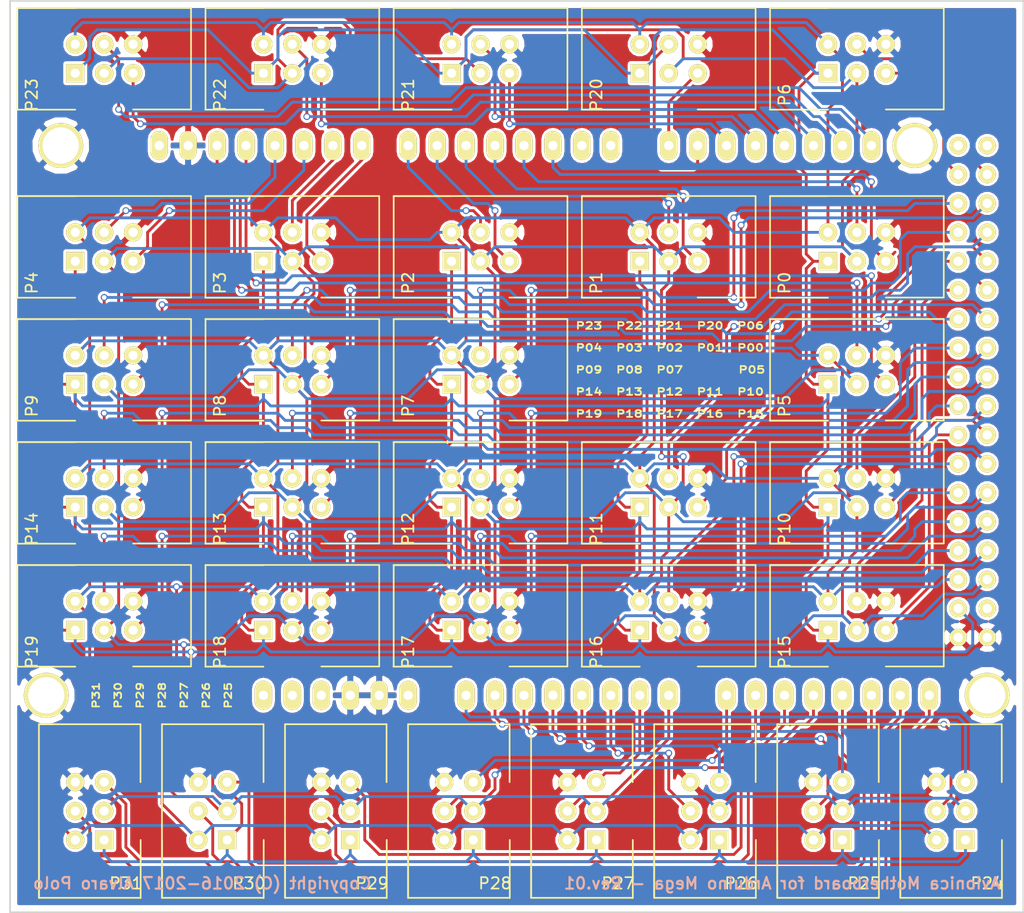
<source format=kicad_pcb>
(kicad_pcb (version 4) (host pcbnew 4.0.7)
  (layers (0 F.Cu signal) (31 B.Cu signal) (34 B.Paste user) (35 F.Paste user) (36 B.SilkS user) (37 F.SilkS user) (38 B.Mask user) (39 F.Mask user) (44 Edge.Cuts user))
  (net 0 "")
  (net 1 GND)
  (net 2 SCK)
  (net 3 MISO)
  (net 4 MOSI)
  (net 5 P0.SS)
  (net 6 P0.DAV)
  (net 7 P1.SS)
  (net 8 P1.DAV)
  (net 9 P2.SS)
  (net 10 P2.DAV)
  (net 11 P3.SS)
  (net 12 P3.DAV)
  (net 13 P4.SS)
  (net 14 P4.DAV)
  (net 15 P5.SS)
  (net 16 P5.DAV)
  (net 17 P6.SS)
  (net 18 P6.DAV)
  (net 19 P7.SS)
  (net 20 P7.DAV)
  (net 21 P8.SS)
  (net 22 P8.DAV)
  (net 23 P9.SS)
  (net 24 P9.DAV)
  (net 25 P10.SS)
  (net 26 P10.DAV)
  (net 27 P11.SS)
  (net 28 P11.DAV)
  (net 29 P12.SS)
  (net 30 P12.DAV)
  (net 31 P13.SS)
  (net 32 P13.DAV)
  (net 33 P14.SS)
  (net 34 P14.DAV)
  (net 35 P15.SS)
  (net 36 P15.DAV)
  (net 37 P16.SS)
  (net 38 P16.DAV)
  (net 39 P17.SS)
  (net 40 P17.DAV)
  (net 41 P18.SS)
  (net 42 P18.DAV)
  (net 43 P19.SS)
  (net 44 P19.DAV)
  (net 45 P20.SS)
  (net 46 P20.DAV)
  (net 47 P21.SS)
  (net 48 P21.DAV)
  (net 49 P22.SS)
  (net 50 P22.DAV)
  (net 51 P23.SS)
  (net 52 P23.DAV)
  (net 53 P24.SS)
  (net 54 P24.DAV)
  (net 55 P25.SS)
  (net 56 P25.DAV)
  (net 57 P26.SS)
  (net 58 P26.DAV)
  (net 59 P27.SS)
  (net 60 P27.DAV)
  (net 61 P28.SS)
  (net 62 P28.DAV)
  (net 63 P29.SS)
  (net 64 P29.DAV)
  (net 65 P30.SS)
  (net 66 P30.DAV)
  (net 67 P31.SS)
  (net 68 P31.DAV)
  (module avionica:idc-6p (layer F.Cu) (at 130.81 148.59 180)
    (fp_text reference P29 (at -1.905 -3.81 180) (layer F.SilkS))
    (fp_text value CONN06 hide)
    (pad 1 thru_hole rect (at 0 0 180) (size 1.6 1.6) (drill 0.8) (layers *.Cu *.Mask F.SilkS) (net 2 SCK))
    (pad 2 thru_hole circle (at 2.54 0 180) (size 1.6 1.6) (drill 0.8) (layers *.Cu *.Mask F.SilkS) (net 3 MISO))
    (pad 3 thru_hole circle (at 0 2.54 180) (size 1.6 1.6) (drill 0.8) (layers *.Cu *.Mask F.SilkS) (net 4 MOSI))
    (pad 4 thru_hole circle (at 2.54 2.54 180) (size 1.6 1.6) (drill 0.8) (layers *.Cu *.Mask F.SilkS) (net 63 P29.SS))
    (pad 5 thru_hole circle (at 0 5.08 180) (size 1.6 1.6) (drill 0.8) (layers *.Cu *.Mask F.SilkS) (net 64 P29.DAV))
    (pad 6 thru_hole circle (at 2.54 5.08 180) (size 1.6 1.6) (drill 0.8) (layers *.Cu *.Mask F.SilkS) (net 1 GND))
  )
  (module avionica:idc-6p (layer F.Cu) (at 123.19 81.28 90)
    (fp_text reference P22 (at -1.905 -3.81 90) (layer F.SilkS))
    (fp_text value CONN06 hide)
    (pad 1 thru_hole rect (at 0 0 90) (size 1.6 1.6) (drill 0.8) (layers *.Cu *.Mask F.SilkS) (net 2 SCK))
    (pad 2 thru_hole circle (at 2.54 0 90) (size 1.6 1.6) (drill 0.8) (layers *.Cu *.Mask F.SilkS) (net 3 MISO))
    (pad 3 thru_hole circle (at 0 2.54 90) (size 1.6 1.6) (drill 0.8) (layers *.Cu *.Mask F.SilkS) (net 4 MOSI))
    (pad 4 thru_hole circle (at 2.54 2.54 90) (size 1.6 1.6) (drill 0.8) (layers *.Cu *.Mask F.SilkS) (net 49 P22.SS))
    (pad 5 thru_hole circle (at 0 5.08 90) (size 1.6 1.6) (drill 0.8) (layers *.Cu *.Mask F.SilkS) (net 50 P22.DAV))
    (pad 6 thru_hole circle (at 2.54 5.08 90) (size 1.6 1.6) (drill 0.8) (layers *.Cu *.Mask F.SilkS) (net 1 GND))
  )
  (module avionica:arduino-mega-shield (layer F.Cu) (at 100.33 138.43)
    (fp_text reference SHIELD1 hide)
    (fp_text value Arduino_Mega_Shield hide)
    (pad 14 thru_hole oval (at 58.42 -50.8 90) (size 2.54 1.524) (drill 0.8128) (layers *.Cu *.Mask F.SilkS) (net 46 P20.DAV))
    (pad 15 thru_hole oval (at 60.96 -50.8 90) (size 2.54 1.524) (drill 0.8128) (layers *.Cu *.Mask F.SilkS) (net 45 P20.SS))
    (pad 16 thru_hole oval (at 63.5 -50.8 90) (size 2.54 1.524) (drill 0.8128) (layers *.Cu *.Mask F.SilkS) (net 48 P21.DAV))
    (pad 17 thru_hole oval (at 66.04 -50.8 90) (size 2.54 1.524) (drill 0.8128) (layers *.Cu *.Mask F.SilkS) (net 47 P21.SS))
    (pad 18 thru_hole oval (at 68.58 -50.8 90) (size 2.54 1.524) (drill 0.8128) (layers *.Cu *.Mask F.SilkS) (net 50 P22.DAV))
    (pad 19 thru_hole oval (at 71.12 -50.8 90) (size 2.54 1.524) (drill 0.8128) (layers *.Cu *.Mask F.SilkS) (net 49 P22.SS))
    (pad 20 thru_hole oval (at 73.66 -50.8 90) (size 2.54 1.524) (drill 0.8128) (layers *.Cu *.Mask F.SilkS) (net 52 P23.DAV))
    (pad 21 thru_hole oval (at 76.2 -50.8 90) (size 2.54 1.524) (drill 0.8128) (layers *.Cu *.Mask F.SilkS) (net 51 P23.SS))
    (pad AD15 thru_hole oval (at 81.28 -2.54 90) (size 2.54 1.524) (drill 0.8128) (layers *.Cu *.Mask F.SilkS) (net 67 P31.SS))
    (pad AD14 thru_hole oval (at 78.74 -2.54 90) (size 2.54 1.524) (drill 0.8128) (layers *.Cu *.Mask F.SilkS) (net 68 P31.DAV))
    (pad AD13 thru_hole oval (at 76.2 -2.54 90) (size 2.54 1.524) (drill 0.8128) (layers *.Cu *.Mask F.SilkS) (net 65 P30.SS))
    (pad AD12 thru_hole oval (at 73.66 -2.54 90) (size 2.54 1.524) (drill 0.8128) (layers *.Cu *.Mask F.SilkS) (net 66 P30.DAV))
    (pad AD8 thru_hole oval (at 63.5 -2.54 90) (size 2.54 1.524) (drill 0.8128) (layers *.Cu *.Mask F.SilkS) (net 62 P28.DAV))
    (pad AD7 thru_hole oval (at 58.42 -2.54 90) (size 2.54 1.524) (drill 0.8128) (layers *.Cu *.Mask F.SilkS) (net 59 P27.SS))
    (pad AD6 thru_hole oval (at 55.88 -2.54 90) (size 2.54 1.524) (drill 0.8128) (layers *.Cu *.Mask F.SilkS) (net 60 P27.DAV))
    (pad AD9 thru_hole oval (at 66.04 -2.54 90) (size 2.54 1.524) (drill 0.8128) (layers *.Cu *.Mask F.SilkS) (net 61 P28.SS))
    (pad AD10 thru_hole oval (at 68.58 -2.54 90) (size 2.54 1.524) (drill 0.8128) (layers *.Cu *.Mask F.SilkS) (net 64 P29.DAV))
    (pad AD11 thru_hole oval (at 71.12 -2.54 90) (size 2.54 1.524) (drill 0.8128) (layers *.Cu *.Mask F.SilkS) (net 63 P29.SS))
    (pad AD5 thru_hole oval (at 53.34 -2.54 90) (size 2.54 1.524) (drill 0.8128) (layers *.Cu *.Mask F.SilkS) (net 57 P26.SS))
    (pad AD4 thru_hole oval (at 50.8 -2.54 90) (size 2.54 1.524) (drill 0.8128) (layers *.Cu *.Mask F.SilkS) (net 58 P26.DAV))
    (pad AD3 thru_hole oval (at 48.26 -2.54 90) (size 2.54 1.524) (drill 0.8128) (layers *.Cu *.Mask F.SilkS) (net 55 P25.SS))
    (pad AD0 thru_hole oval (at 40.64 -2.54 90) (size 2.54 1.524) (drill 0.8128) (layers *.Cu *.Mask F.SilkS) (net 54 P24.DAV))
    (pad AD1 thru_hole oval (at 43.18 -2.54 90) (size 2.54 1.524) (drill 0.8128) (layers *.Cu *.Mask F.SilkS) (net 53 P24.SS))
    (pad AD2 thru_hole oval (at 45.72 -2.54 90) (size 2.54 1.524) (drill 0.8128) (layers *.Cu *.Mask F.SilkS) (net 56 P25.DAV))
    (pad V_IN thru_hole oval (at 35.56 -2.54 90) (size 2.54 1.524) (drill 0.8128) (layers *.Cu *.Mask F.SilkS))
    (pad GND2 thru_hole oval (at 33.02 -2.54 90) (size 2.54 1.524) (drill 0.8128) (layers *.Cu *.Mask F.SilkS) (net 1 GND))
    (pad GND1 thru_hole oval (at 30.48 -2.54 90) (size 2.54 1.524) (drill 0.8128) (layers *.Cu *.Mask F.SilkS) (net 1 GND))
    (pad 3V3 thru_hole oval (at 25.4 -2.54 90) (size 2.54 1.524) (drill 0.8128) (layers *.Cu *.Mask F.SilkS))
    (pad RST thru_hole oval (at 22.86 -2.54 90) (size 2.54 1.524) (drill 0.8128) (layers *.Cu *.Mask F.SilkS))
    (pad 0 thru_hole oval (at 53.34 -50.8 90) (size 2.54 1.524) (drill 0.8128) (layers *.Cu *.Mask F.SilkS))
    (pad 1 thru_hole oval (at 50.8 -50.8 90) (size 2.54 1.524) (drill 0.8128) (layers *.Cu *.Mask F.SilkS))
    (pad 2 thru_hole oval (at 48.26 -50.8 90) (size 2.54 1.524) (drill 0.8128) (layers *.Cu *.Mask F.SilkS) (net 6 P0.DAV))
    (pad 3 thru_hole oval (at 45.72 -50.8 90) (size 2.54 1.524) (drill 0.8128) (layers *.Cu *.Mask F.SilkS) (net 5 P0.SS))
    (pad 4 thru_hole oval (at 43.18 -50.8 90) (size 2.54 1.524) (drill 0.8128) (layers *.Cu *.Mask F.SilkS) (net 8 P1.DAV))
    (pad 5 thru_hole oval (at 40.64 -50.8 90) (size 2.54 1.524) (drill 0.8128) (layers *.Cu *.Mask F.SilkS) (net 7 P1.SS))
    (pad 6 thru_hole oval (at 38.1 -50.8 90) (size 2.54 1.524) (drill 0.8128) (layers *.Cu *.Mask F.SilkS) (net 10 P2.DAV))
    (pad 7 thru_hole oval (at 35.56 -50.8 90) (size 2.54 1.524) (drill 0.8128) (layers *.Cu *.Mask F.SilkS) (net 9 P2.SS))
    (pad 8 thru_hole oval (at 31.496 -50.8 90) (size 2.54 1.524) (drill 0.8128) (layers *.Cu *.Mask F.SilkS) (net 12 P3.DAV))
    (pad 9 thru_hole oval (at 28.956 -50.8 90) (size 2.54 1.524) (drill 0.8128) (layers *.Cu *.Mask F.SilkS) (net 11 P3.SS))
    (pad 10 thru_hole oval (at 26.416 -50.8 90) (size 2.54 1.524) (drill 0.8128) (layers *.Cu *.Mask F.SilkS) (net 14 P4.DAV))
    (pad 11 thru_hole oval (at 23.876 -50.8 90) (size 2.54 1.524) (drill 0.8128) (layers *.Cu *.Mask F.SilkS) (net 13 P4.SS))
    (pad 12 thru_hole oval (at 21.336 -50.8 90) (size 2.54 1.524) (drill 0.8128) (layers *.Cu *.Mask F.SilkS) (net 16 P5.DAV))
    (pad 13 thru_hole oval (at 18.796 -50.8 90) (size 2.54 1.524) (drill 0.8128) (layers *.Cu *.Mask F.SilkS) (net 15 P5.SS))
    (pad GND3 thru_hole oval (at 16.256 -50.8 90) (size 2.54 1.524) (drill 0.8128) (layers *.Cu *.Mask F.SilkS) (net 1 GND))
    (pad AREF thru_hole oval (at 13.716 -50.8 90) (size 2.54 1.524) (drill 0.8128) (layers *.Cu *.Mask F.SilkS))
    (pad 5V thru_hole oval (at 27.94 -2.54 90) (size 2.54 1.524) (drill 0.8128) (layers *.Cu *.Mask F.SilkS))
    (pad GND1 thru_hole circle (at 86.36 -2.54 90) (size 3.937 3.937) (drill 3.175) (layers *.Cu *.Mask F.SilkS) (net 1 GND))
    (pad GND1 thru_hole circle (at 80.01 -50.8 90) (size 3.937 3.937) (drill 3.175) (layers *.Cu *.Mask F.SilkS) (net 1 GND))
    (pad GND1 thru_hole circle (at 5.08 -50.8 90) (size 3.937 3.937) (drill 3.175) (layers *.Cu *.Mask F.SilkS) (net 1 GND))
    (pad GND1 thru_hole circle (at 3.81 -2.54 90) (size 3.937 3.937) (drill 3.175) (layers *.Cu *.Mask F.SilkS) (net 1 GND))
    (pad 22 thru_hole circle (at 83.82 -48.26) (size 1.524 1.524) (drill 0.8128) (layers *.Cu *.Mask F.SilkS) (net 18 P6.DAV))
    (pad 23 thru_hole circle (at 86.36 -48.26) (size 1.524 1.524) (drill 0.8128) (layers *.Cu *.Mask F.SilkS) (net 17 P6.SS))
    (pad 24 thru_hole circle (at 83.82 -45.72) (size 1.524 1.524) (drill 0.8128) (layers *.Cu *.Mask F.SilkS) (net 20 P7.DAV))
    (pad 25 thru_hole circle (at 86.36 -45.72) (size 1.524 1.524) (drill 0.8128) (layers *.Cu *.Mask F.SilkS) (net 19 P7.SS))
    (pad 26 thru_hole circle (at 83.82 -43.18) (size 1.524 1.524) (drill 0.8128) (layers *.Cu *.Mask F.SilkS) (net 22 P8.DAV))
    (pad 27 thru_hole circle (at 86.36 -43.18) (size 1.524 1.524) (drill 0.8128) (layers *.Cu *.Mask F.SilkS) (net 21 P8.SS))
    (pad 28 thru_hole circle (at 83.82 -40.64) (size 1.524 1.524) (drill 0.8128) (layers *.Cu *.Mask F.SilkS) (net 24 P9.DAV))
    (pad 29 thru_hole circle (at 86.36 -40.64) (size 1.524 1.524) (drill 0.8128) (layers *.Cu *.Mask F.SilkS) (net 23 P9.SS))
    (pad 5V_4 thru_hole circle (at 83.82 -50.8) (size 1.524 1.524) (drill 0.8128) (layers *.Cu *.Mask F.SilkS))
    (pad 5V_5 thru_hole circle (at 86.36 -50.8) (size 1.524 1.524) (drill 0.8128) (layers *.Cu *.Mask F.SilkS))
    (pad 31 thru_hole circle (at 86.36 -38.1) (size 1.524 1.524) (drill 0.8128) (layers *.Cu *.Mask F.SilkS) (net 25 P10.SS))
    (pad 30 thru_hole circle (at 83.82 -38.1) (size 1.524 1.524) (drill 0.8128) (layers *.Cu *.Mask F.SilkS) (net 26 P10.DAV))
    (pad 32 thru_hole circle (at 83.82 -35.56) (size 1.524 1.524) (drill 0.8128) (layers *.Cu *.Mask F.SilkS) (net 28 P11.DAV))
    (pad 33 thru_hole circle (at 86.36 -35.56) (size 1.524 1.524) (drill 0.8128) (layers *.Cu *.Mask F.SilkS) (net 27 P11.SS))
    (pad 34 thru_hole circle (at 83.82 -33.02) (size 1.524 1.524) (drill 0.8128) (layers *.Cu *.Mask F.SilkS) (net 30 P12.DAV))
    (pad 35 thru_hole circle (at 86.36 -33.02) (size 1.524 1.524) (drill 0.8128) (layers *.Cu *.Mask F.SilkS) (net 29 P12.SS))
    (pad 36 thru_hole circle (at 83.82 -30.48) (size 1.524 1.524) (drill 0.8128) (layers *.Cu *.Mask F.SilkS) (net 32 P13.DAV))
    (pad 37 thru_hole circle (at 86.36 -30.48) (size 1.524 1.524) (drill 0.8128) (layers *.Cu *.Mask F.SilkS) (net 31 P13.SS))
    (pad 38 thru_hole circle (at 83.82 -27.94) (size 1.524 1.524) (drill 0.8128) (layers *.Cu *.Mask F.SilkS) (net 34 P14.DAV))
    (pad 39 thru_hole circle (at 86.36 -27.94) (size 1.524 1.524) (drill 0.8128) (layers *.Cu *.Mask F.SilkS) (net 33 P14.SS))
    (pad 40 thru_hole circle (at 83.82 -25.4) (size 1.524 1.524) (drill 0.8128) (layers *.Cu *.Mask F.SilkS) (net 36 P15.DAV))
    (pad 41 thru_hole circle (at 86.36 -25.4) (size 1.524 1.524) (drill 0.8128) (layers *.Cu *.Mask F.SilkS) (net 35 P15.SS))
    (pad 42 thru_hole circle (at 83.82 -22.86) (size 1.524 1.524) (drill 0.8128) (layers *.Cu *.Mask F.SilkS) (net 38 P16.DAV))
    (pad 43 thru_hole circle (at 86.36 -22.86) (size 1.524 1.524) (drill 0.8128) (layers *.Cu *.Mask F.SilkS) (net 37 P16.SS))
    (pad 44 thru_hole circle (at 83.82 -20.32) (size 1.524 1.524) (drill 0.8128) (layers *.Cu *.Mask F.SilkS) (net 40 P17.DAV))
    (pad 45 thru_hole circle (at 86.36 -20.32) (size 1.524 1.524) (drill 0.8128) (layers *.Cu *.Mask F.SilkS) (net 39 P17.SS))
    (pad 46 thru_hole circle (at 83.82 -17.78) (size 1.524 1.524) (drill 0.8128) (layers *.Cu *.Mask F.SilkS) (net 42 P18.DAV))
    (pad 47 thru_hole circle (at 86.36 -17.78) (size 1.524 1.524) (drill 0.8128) (layers *.Cu *.Mask F.SilkS) (net 41 P18.SS))
    (pad 48 thru_hole circle (at 83.82 -15.24) (size 1.524 1.524) (drill 0.8128) (layers *.Cu *.Mask F.SilkS) (net 44 P19.DAV))
    (pad 49 thru_hole circle (at 86.36 -15.24) (size 1.524 1.524) (drill 0.8128) (layers *.Cu *.Mask F.SilkS) (net 43 P19.SS))
    (pad 50 thru_hole circle (at 83.82 -12.7) (size 1.524 1.524) (drill 0.8128) (layers *.Cu *.Mask F.SilkS) (net 3 MISO))
    (pad 51 thru_hole circle (at 86.36 -12.7) (size 1.524 1.524) (drill 0.8128) (layers *.Cu *.Mask F.SilkS) (net 4 MOSI))
    (pad 52 thru_hole circle (at 83.82 -10.16) (size 1.524 1.524) (drill 0.8128) (layers *.Cu *.Mask F.SilkS) (net 2 SCK))
    (pad 53 thru_hole circle (at 86.36 -10.16) (size 1.524 1.524) (drill 0.8128) (layers *.Cu *.Mask F.SilkS))
    (pad GND4 thru_hole circle (at 83.82 -7.62) (size 1.524 1.524) (drill 0.8128) (layers *.Cu *.Mask F.SilkS) (net 1 GND))
    (pad GND5 thru_hole circle (at 86.36 -7.62) (size 1.524 1.524) (drill 0.8128) (layers *.Cu *.Mask F.SilkS) (net 1 GND))
  )
  (module avionica:idc-6p (layer F.Cu) (at 172.72 97.79 90)
    (fp_text reference P0 (at -1.905 -3.81 90) (layer F.SilkS))
    (fp_text value CONN06 hide)
    (pad 1 thru_hole rect (at 0 0 90) (size 1.6 1.6) (drill 0.8) (layers *.Cu *.Mask F.SilkS) (net 2 SCK))
    (pad 2 thru_hole circle (at 2.54 0 90) (size 1.6 1.6) (drill 0.8) (layers *.Cu *.Mask F.SilkS) (net 3 MISO))
    (pad 3 thru_hole circle (at 0 2.54 90) (size 1.6 1.6) (drill 0.8) (layers *.Cu *.Mask F.SilkS) (net 4 MOSI))
    (pad 4 thru_hole circle (at 2.54 2.54 90) (size 1.6 1.6) (drill 0.8) (layers *.Cu *.Mask F.SilkS) (net 5 P0.SS))
    (pad 5 thru_hole circle (at 0 5.08 90) (size 1.6 1.6) (drill 0.8) (layers *.Cu *.Mask F.SilkS) (net 6 P0.DAV))
    (pad 6 thru_hole circle (at 2.54 5.08 90) (size 1.6 1.6) (drill 0.8) (layers *.Cu *.Mask F.SilkS) (net 1 GND))
  )
  (module avionica:idc-6p (layer F.Cu) (at 156.21 97.79 90)
    (fp_text reference P1 (at -1.905 -3.81 90) (layer F.SilkS))
    (fp_text value CONN06 hide)
    (pad 1 thru_hole rect (at 0 0 90) (size 1.6 1.6) (drill 0.8) (layers *.Cu *.Mask F.SilkS) (net 2 SCK))
    (pad 2 thru_hole circle (at 2.54 0 90) (size 1.6 1.6) (drill 0.8) (layers *.Cu *.Mask F.SilkS) (net 3 MISO))
    (pad 3 thru_hole circle (at 0 2.54 90) (size 1.6 1.6) (drill 0.8) (layers *.Cu *.Mask F.SilkS) (net 4 MOSI))
    (pad 4 thru_hole circle (at 2.54 2.54 90) (size 1.6 1.6) (drill 0.8) (layers *.Cu *.Mask F.SilkS) (net 7 P1.SS))
    (pad 5 thru_hole circle (at 0 5.08 90) (size 1.6 1.6) (drill 0.8) (layers *.Cu *.Mask F.SilkS) (net 8 P1.DAV))
    (pad 6 thru_hole circle (at 2.54 5.08 90) (size 1.6 1.6) (drill 0.8) (layers *.Cu *.Mask F.SilkS) (net 1 GND))
  )
  (module avionica:idc-6p (layer F.Cu) (at 139.7 97.79 90)
    (fp_text reference P2 (at -1.905 -3.81 90) (layer F.SilkS))
    (fp_text value CONN06 hide)
    (pad 1 thru_hole rect (at 0 0 90) (size 1.6 1.6) (drill 0.8) (layers *.Cu *.Mask F.SilkS) (net 2 SCK))
    (pad 2 thru_hole circle (at 2.54 0 90) (size 1.6 1.6) (drill 0.8) (layers *.Cu *.Mask F.SilkS) (net 3 MISO))
    (pad 3 thru_hole circle (at 0 2.54 90) (size 1.6 1.6) (drill 0.8) (layers *.Cu *.Mask F.SilkS) (net 4 MOSI))
    (pad 4 thru_hole circle (at 2.54 2.54 90) (size 1.6 1.6) (drill 0.8) (layers *.Cu *.Mask F.SilkS) (net 9 P2.SS))
    (pad 5 thru_hole circle (at 0 5.08 90) (size 1.6 1.6) (drill 0.8) (layers *.Cu *.Mask F.SilkS) (net 10 P2.DAV))
    (pad 6 thru_hole circle (at 2.54 5.08 90) (size 1.6 1.6) (drill 0.8) (layers *.Cu *.Mask F.SilkS) (net 1 GND))
  )
  (module avionica:idc-6p (layer F.Cu) (at 123.19 97.79 90)
    (fp_text reference P3 (at -1.905 -3.81 90) (layer F.SilkS))
    (fp_text value CONN06 hide)
    (pad 1 thru_hole rect (at 0 0 90) (size 1.6 1.6) (drill 0.8) (layers *.Cu *.Mask F.SilkS) (net 2 SCK))
    (pad 2 thru_hole circle (at 2.54 0 90) (size 1.6 1.6) (drill 0.8) (layers *.Cu *.Mask F.SilkS) (net 3 MISO))
    (pad 3 thru_hole circle (at 0 2.54 90) (size 1.6 1.6) (drill 0.8) (layers *.Cu *.Mask F.SilkS) (net 4 MOSI))
    (pad 4 thru_hole circle (at 2.54 2.54 90) (size 1.6 1.6) (drill 0.8) (layers *.Cu *.Mask F.SilkS) (net 11 P3.SS))
    (pad 5 thru_hole circle (at 0 5.08 90) (size 1.6 1.6) (drill 0.8) (layers *.Cu *.Mask F.SilkS) (net 12 P3.DAV))
    (pad 6 thru_hole circle (at 2.54 5.08 90) (size 1.6 1.6) (drill 0.8) (layers *.Cu *.Mask F.SilkS) (net 1 GND))
  )
  (module avionica:idc-6p (layer F.Cu) (at 106.68 97.79 90)
    (fp_text reference P4 (at -1.905 -3.81 90) (layer F.SilkS))
    (fp_text value CONN06 hide)
    (pad 1 thru_hole rect (at 0 0 90) (size 1.6 1.6) (drill 0.8) (layers *.Cu *.Mask F.SilkS) (net 2 SCK))
    (pad 2 thru_hole circle (at 2.54 0 90) (size 1.6 1.6) (drill 0.8) (layers *.Cu *.Mask F.SilkS) (net 3 MISO))
    (pad 3 thru_hole circle (at 0 2.54 90) (size 1.6 1.6) (drill 0.8) (layers *.Cu *.Mask F.SilkS) (net 4 MOSI))
    (pad 4 thru_hole circle (at 2.54 2.54 90) (size 1.6 1.6) (drill 0.8) (layers *.Cu *.Mask F.SilkS) (net 13 P4.SS))
    (pad 5 thru_hole circle (at 0 5.08 90) (size 1.6 1.6) (drill 0.8) (layers *.Cu *.Mask F.SilkS) (net 14 P4.DAV))
    (pad 6 thru_hole circle (at 2.54 5.08 90) (size 1.6 1.6) (drill 0.8) (layers *.Cu *.Mask F.SilkS) (net 1 GND))
  )
  (module avionica:idc-6p (layer F.Cu) (at 172.72 108.585 90)
    (fp_text reference P5 (at -1.905 -3.81 90) (layer F.SilkS))
    (fp_text value CONN06 hide)
    (pad 1 thru_hole rect (at 0 0 90) (size 1.6 1.6) (drill 0.8) (layers *.Cu *.Mask F.SilkS) (net 2 SCK))
    (pad 2 thru_hole circle (at 2.54 0 90) (size 1.6 1.6) (drill 0.8) (layers *.Cu *.Mask F.SilkS) (net 3 MISO))
    (pad 3 thru_hole circle (at 0 2.54 90) (size 1.6 1.6) (drill 0.8) (layers *.Cu *.Mask F.SilkS) (net 4 MOSI))
    (pad 4 thru_hole circle (at 2.54 2.54 90) (size 1.6 1.6) (drill 0.8) (layers *.Cu *.Mask F.SilkS) (net 15 P5.SS))
    (pad 5 thru_hole circle (at 0 5.08 90) (size 1.6 1.6) (drill 0.8) (layers *.Cu *.Mask F.SilkS) (net 16 P5.DAV))
    (pad 6 thru_hole circle (at 2.54 5.08 90) (size 1.6 1.6) (drill 0.8) (layers *.Cu *.Mask F.SilkS) (net 1 GND))
  )
  (module avionica:idc-6p (layer F.Cu) (at 172.72 81.28 90)
    (fp_text reference P6 (at -1.905 -3.81 90) (layer F.SilkS))
    (fp_text value CONN06 hide)
    (pad 1 thru_hole rect (at 0 0 90) (size 1.6 1.6) (drill 0.8) (layers *.Cu *.Mask F.SilkS) (net 2 SCK))
    (pad 2 thru_hole circle (at 2.54 0 90) (size 1.6 1.6) (drill 0.8) (layers *.Cu *.Mask F.SilkS) (net 3 MISO))
    (pad 3 thru_hole circle (at 0 2.54 90) (size 1.6 1.6) (drill 0.8) (layers *.Cu *.Mask F.SilkS) (net 4 MOSI))
    (pad 4 thru_hole circle (at 2.54 2.54 90) (size 1.6 1.6) (drill 0.8) (layers *.Cu *.Mask F.SilkS) (net 17 P6.SS))
    (pad 5 thru_hole circle (at 0 5.08 90) (size 1.6 1.6) (drill 0.8) (layers *.Cu *.Mask F.SilkS) (net 18 P6.DAV))
    (pad 6 thru_hole circle (at 2.54 5.08 90) (size 1.6 1.6) (drill 0.8) (layers *.Cu *.Mask F.SilkS) (net 1 GND))
  )
  (module avionica:idc-6p (layer F.Cu) (at 139.7 108.585 90)
    (fp_text reference P7 (at -1.905 -3.81 90) (layer F.SilkS))
    (fp_text value CONN06 hide)
    (pad 1 thru_hole rect (at 0 0 90) (size 1.6 1.6) (drill 0.8) (layers *.Cu *.Mask F.SilkS) (net 2 SCK))
    (pad 2 thru_hole circle (at 2.54 0 90) (size 1.6 1.6) (drill 0.8) (layers *.Cu *.Mask F.SilkS) (net 3 MISO))
    (pad 3 thru_hole circle (at 0 2.54 90) (size 1.6 1.6) (drill 0.8) (layers *.Cu *.Mask F.SilkS) (net 4 MOSI))
    (pad 4 thru_hole circle (at 2.54 2.54 90) (size 1.6 1.6) (drill 0.8) (layers *.Cu *.Mask F.SilkS) (net 19 P7.SS))
    (pad 5 thru_hole circle (at 0 5.08 90) (size 1.6 1.6) (drill 0.8) (layers *.Cu *.Mask F.SilkS) (net 20 P7.DAV))
    (pad 6 thru_hole circle (at 2.54 5.08 90) (size 1.6 1.6) (drill 0.8) (layers *.Cu *.Mask F.SilkS) (net 1 GND))
  )
  (module avionica:idc-6p (layer F.Cu) (at 123.19 108.585 90)
    (fp_text reference P8 (at -1.905 -3.81 90) (layer F.SilkS))
    (fp_text value CONN06 hide)
    (pad 1 thru_hole rect (at 0 0 90) (size 1.6 1.6) (drill 0.8) (layers *.Cu *.Mask F.SilkS) (net 2 SCK))
    (pad 2 thru_hole circle (at 2.54 0 90) (size 1.6 1.6) (drill 0.8) (layers *.Cu *.Mask F.SilkS) (net 3 MISO))
    (pad 3 thru_hole circle (at 0 2.54 90) (size 1.6 1.6) (drill 0.8) (layers *.Cu *.Mask F.SilkS) (net 4 MOSI))
    (pad 4 thru_hole circle (at 2.54 2.54 90) (size 1.6 1.6) (drill 0.8) (layers *.Cu *.Mask F.SilkS) (net 21 P8.SS))
    (pad 5 thru_hole circle (at 0 5.08 90) (size 1.6 1.6) (drill 0.8) (layers *.Cu *.Mask F.SilkS) (net 22 P8.DAV))
    (pad 6 thru_hole circle (at 2.54 5.08 90) (size 1.6 1.6) (drill 0.8) (layers *.Cu *.Mask F.SilkS) (net 1 GND))
  )
  (module avionica:idc-6p (layer F.Cu) (at 106.68 108.585 90)
    (fp_text reference P9 (at -1.905 -3.81 90) (layer F.SilkS))
    (fp_text value CONN06 hide)
    (pad 1 thru_hole rect (at 0 0 90) (size 1.6 1.6) (drill 0.8) (layers *.Cu *.Mask F.SilkS) (net 2 SCK))
    (pad 2 thru_hole circle (at 2.54 0 90) (size 1.6 1.6) (drill 0.8) (layers *.Cu *.Mask F.SilkS) (net 3 MISO))
    (pad 3 thru_hole circle (at 0 2.54 90) (size 1.6 1.6) (drill 0.8) (layers *.Cu *.Mask F.SilkS) (net 4 MOSI))
    (pad 4 thru_hole circle (at 2.54 2.54 90) (size 1.6 1.6) (drill 0.8) (layers *.Cu *.Mask F.SilkS) (net 23 P9.SS))
    (pad 5 thru_hole circle (at 0 5.08 90) (size 1.6 1.6) (drill 0.8) (layers *.Cu *.Mask F.SilkS) (net 24 P9.DAV))
    (pad 6 thru_hole circle (at 2.54 5.08 90) (size 1.6 1.6) (drill 0.8) (layers *.Cu *.Mask F.SilkS) (net 1 GND))
  )
  (module avionica:idc-6p (layer F.Cu) (at 172.72 119.38 90)
    (fp_text reference P10 (at -1.905 -3.81 90) (layer F.SilkS))
    (fp_text value CONN06 hide)
    (pad 1 thru_hole rect (at 0 0 90) (size 1.6 1.6) (drill 0.8) (layers *.Cu *.Mask F.SilkS) (net 2 SCK))
    (pad 2 thru_hole circle (at 2.54 0 90) (size 1.6 1.6) (drill 0.8) (layers *.Cu *.Mask F.SilkS) (net 3 MISO))
    (pad 3 thru_hole circle (at 0 2.54 90) (size 1.6 1.6) (drill 0.8) (layers *.Cu *.Mask F.SilkS) (net 4 MOSI))
    (pad 4 thru_hole circle (at 2.54 2.54 90) (size 1.6 1.6) (drill 0.8) (layers *.Cu *.Mask F.SilkS) (net 25 P10.SS))
    (pad 5 thru_hole circle (at 0 5.08 90) (size 1.6 1.6) (drill 0.8) (layers *.Cu *.Mask F.SilkS) (net 26 P10.DAV))
    (pad 6 thru_hole circle (at 2.54 5.08 90) (size 1.6 1.6) (drill 0.8) (layers *.Cu *.Mask F.SilkS) (net 1 GND))
  )
  (module avionica:idc-6p (layer F.Cu) (at 156.21 119.38 90)
    (fp_text reference P11 (at -1.905 -3.81 90) (layer F.SilkS))
    (fp_text value CONN06 hide)
    (pad 1 thru_hole rect (at 0 0 90) (size 1.6 1.6) (drill 0.8) (layers *.Cu *.Mask F.SilkS) (net 2 SCK))
    (pad 2 thru_hole circle (at 2.54 0 90) (size 1.6 1.6) (drill 0.8) (layers *.Cu *.Mask F.SilkS) (net 3 MISO))
    (pad 3 thru_hole circle (at 0 2.54 90) (size 1.6 1.6) (drill 0.8) (layers *.Cu *.Mask F.SilkS) (net 4 MOSI))
    (pad 4 thru_hole circle (at 2.54 2.54 90) (size 1.6 1.6) (drill 0.8) (layers *.Cu *.Mask F.SilkS) (net 27 P11.SS))
    (pad 5 thru_hole circle (at 0 5.08 90) (size 1.6 1.6) (drill 0.8) (layers *.Cu *.Mask F.SilkS) (net 28 P11.DAV))
    (pad 6 thru_hole circle (at 2.54 5.08 90) (size 1.6 1.6) (drill 0.8) (layers *.Cu *.Mask F.SilkS) (net 1 GND))
  )
  (module avionica:idc-6p (layer F.Cu) (at 139.7 119.38 90)
    (fp_text reference P12 (at -1.905 -3.81 90) (layer F.SilkS))
    (fp_text value CONN06 hide)
    (pad 1 thru_hole rect (at 0 0 90) (size 1.6 1.6) (drill 0.8) (layers *.Cu *.Mask F.SilkS) (net 2 SCK))
    (pad 2 thru_hole circle (at 2.54 0 90) (size 1.6 1.6) (drill 0.8) (layers *.Cu *.Mask F.SilkS) (net 3 MISO))
    (pad 3 thru_hole circle (at 0 2.54 90) (size 1.6 1.6) (drill 0.8) (layers *.Cu *.Mask F.SilkS) (net 4 MOSI))
    (pad 4 thru_hole circle (at 2.54 2.54 90) (size 1.6 1.6) (drill 0.8) (layers *.Cu *.Mask F.SilkS) (net 29 P12.SS))
    (pad 5 thru_hole circle (at 0 5.08 90) (size 1.6 1.6) (drill 0.8) (layers *.Cu *.Mask F.SilkS) (net 30 P12.DAV))
    (pad 6 thru_hole circle (at 2.54 5.08 90) (size 1.6 1.6) (drill 0.8) (layers *.Cu *.Mask F.SilkS) (net 1 GND))
  )
  (module avionica:idc-6p (layer F.Cu) (at 123.19 119.38 90)
    (fp_text reference P13 (at -1.905 -3.81 90) (layer F.SilkS))
    (fp_text value CONN06 hide)
    (pad 1 thru_hole rect (at 0 0 90) (size 1.6 1.6) (drill 0.8) (layers *.Cu *.Mask F.SilkS) (net 2 SCK))
    (pad 2 thru_hole circle (at 2.54 0 90) (size 1.6 1.6) (drill 0.8) (layers *.Cu *.Mask F.SilkS) (net 3 MISO))
    (pad 3 thru_hole circle (at 0 2.54 90) (size 1.6 1.6) (drill 0.8) (layers *.Cu *.Mask F.SilkS) (net 4 MOSI))
    (pad 4 thru_hole circle (at 2.54 2.54 90) (size 1.6 1.6) (drill 0.8) (layers *.Cu *.Mask F.SilkS) (net 31 P13.SS))
    (pad 5 thru_hole circle (at 0 5.08 90) (size 1.6 1.6) (drill 0.8) (layers *.Cu *.Mask F.SilkS) (net 32 P13.DAV))
    (pad 6 thru_hole circle (at 2.54 5.08 90) (size 1.6 1.6) (drill 0.8) (layers *.Cu *.Mask F.SilkS) (net 1 GND))
  )
  (module avionica:idc-6p (layer F.Cu) (at 106.68 119.38 90)
    (fp_text reference P14 (at -1.905 -3.81 90) (layer F.SilkS))
    (fp_text value CONN06 hide)
    (pad 1 thru_hole rect (at 0 0 90) (size 1.6 1.6) (drill 0.8) (layers *.Cu *.Mask F.SilkS) (net 2 SCK))
    (pad 2 thru_hole circle (at 2.54 0 90) (size 1.6 1.6) (drill 0.8) (layers *.Cu *.Mask F.SilkS) (net 3 MISO))
    (pad 3 thru_hole circle (at 0 2.54 90) (size 1.6 1.6) (drill 0.8) (layers *.Cu *.Mask F.SilkS) (net 4 MOSI))
    (pad 4 thru_hole circle (at 2.54 2.54 90) (size 1.6 1.6) (drill 0.8) (layers *.Cu *.Mask F.SilkS) (net 33 P14.SS))
    (pad 5 thru_hole circle (at 0 5.08 90) (size 1.6 1.6) (drill 0.8) (layers *.Cu *.Mask F.SilkS) (net 34 P14.DAV))
    (pad 6 thru_hole circle (at 2.54 5.08 90) (size 1.6 1.6) (drill 0.8) (layers *.Cu *.Mask F.SilkS) (net 1 GND))
  )
  (module avionica:idc-6p (layer F.Cu) (at 172.72 130.175 90)
    (fp_text reference P15 (at -1.905 -3.81 90) (layer F.SilkS))
    (fp_text value CONN06 hide)
    (pad 1 thru_hole rect (at 0 0 90) (size 1.6 1.6) (drill 0.8) (layers *.Cu *.Mask F.SilkS) (net 2 SCK))
    (pad 2 thru_hole circle (at 2.54 0 90) (size 1.6 1.6) (drill 0.8) (layers *.Cu *.Mask F.SilkS) (net 3 MISO))
    (pad 3 thru_hole circle (at 0 2.54 90) (size 1.6 1.6) (drill 0.8) (layers *.Cu *.Mask F.SilkS) (net 4 MOSI))
    (pad 4 thru_hole circle (at 2.54 2.54 90) (size 1.6 1.6) (drill 0.8) (layers *.Cu *.Mask F.SilkS) (net 35 P15.SS))
    (pad 5 thru_hole circle (at 0 5.08 90) (size 1.6 1.6) (drill 0.8) (layers *.Cu *.Mask F.SilkS) (net 36 P15.DAV))
    (pad 6 thru_hole circle (at 2.54 5.08 90) (size 1.6 1.6) (drill 0.8) (layers *.Cu *.Mask F.SilkS) (net 1 GND))
  )
  (module avionica:idc-6p (layer F.Cu) (at 156.21 130.175 90)
    (fp_text reference P16 (at -1.905 -3.81 90) (layer F.SilkS))
    (fp_text value CONN06 hide)
    (pad 1 thru_hole rect (at 0 0 90) (size 1.6 1.6) (drill 0.8) (layers *.Cu *.Mask F.SilkS) (net 2 SCK))
    (pad 2 thru_hole circle (at 2.54 0 90) (size 1.6 1.6) (drill 0.8) (layers *.Cu *.Mask F.SilkS) (net 3 MISO))
    (pad 3 thru_hole circle (at 0 2.54 90) (size 1.6 1.6) (drill 0.8) (layers *.Cu *.Mask F.SilkS) (net 4 MOSI))
    (pad 4 thru_hole circle (at 2.54 2.54 90) (size 1.6 1.6) (drill 0.8) (layers *.Cu *.Mask F.SilkS) (net 37 P16.SS))
    (pad 5 thru_hole circle (at 0 5.08 90) (size 1.6 1.6) (drill 0.8) (layers *.Cu *.Mask F.SilkS) (net 38 P16.DAV))
    (pad 6 thru_hole circle (at 2.54 5.08 90) (size 1.6 1.6) (drill 0.8) (layers *.Cu *.Mask F.SilkS) (net 1 GND))
  )
  (module avionica:idc-6p (layer F.Cu) (at 139.7 130.175 90)
    (fp_text reference P17 (at -1.905 -3.81 90) (layer F.SilkS))
    (fp_text value CONN06 hide)
    (pad 1 thru_hole rect (at 0 0 90) (size 1.6 1.6) (drill 0.8) (layers *.Cu *.Mask F.SilkS) (net 2 SCK))
    (pad 2 thru_hole circle (at 2.54 0 90) (size 1.6 1.6) (drill 0.8) (layers *.Cu *.Mask F.SilkS) (net 3 MISO))
    (pad 3 thru_hole circle (at 0 2.54 90) (size 1.6 1.6) (drill 0.8) (layers *.Cu *.Mask F.SilkS) (net 4 MOSI))
    (pad 4 thru_hole circle (at 2.54 2.54 90) (size 1.6 1.6) (drill 0.8) (layers *.Cu *.Mask F.SilkS) (net 39 P17.SS))
    (pad 5 thru_hole circle (at 0 5.08 90) (size 1.6 1.6) (drill 0.8) (layers *.Cu *.Mask F.SilkS) (net 40 P17.DAV))
    (pad 6 thru_hole circle (at 2.54 5.08 90) (size 1.6 1.6) (drill 0.8) (layers *.Cu *.Mask F.SilkS) (net 1 GND))
  )
  (module avionica:idc-6p (layer F.Cu) (at 123.19 130.175 90)
    (fp_text reference P18 (at -1.905 -3.81 90) (layer F.SilkS))
    (fp_text value CONN06 hide)
    (pad 1 thru_hole rect (at 0 0 90) (size 1.6 1.6) (drill 0.8) (layers *.Cu *.Mask F.SilkS) (net 2 SCK))
    (pad 2 thru_hole circle (at 2.54 0 90) (size 1.6 1.6) (drill 0.8) (layers *.Cu *.Mask F.SilkS) (net 3 MISO))
    (pad 3 thru_hole circle (at 0 2.54 90) (size 1.6 1.6) (drill 0.8) (layers *.Cu *.Mask F.SilkS) (net 4 MOSI))
    (pad 4 thru_hole circle (at 2.54 2.54 90) (size 1.6 1.6) (drill 0.8) (layers *.Cu *.Mask F.SilkS) (net 41 P18.SS))
    (pad 5 thru_hole circle (at 0 5.08 90) (size 1.6 1.6) (drill 0.8) (layers *.Cu *.Mask F.SilkS) (net 42 P18.DAV))
    (pad 6 thru_hole circle (at 2.54 5.08 90) (size 1.6 1.6) (drill 0.8) (layers *.Cu *.Mask F.SilkS) (net 1 GND))
  )
  (module avionica:idc-6p (layer F.Cu) (at 106.68 130.175 90)
    (fp_text reference P19 (at -1.905 -3.81 90) (layer F.SilkS))
    (fp_text value CONN06 hide)
    (pad 1 thru_hole rect (at 0 0 90) (size 1.6 1.6) (drill 0.8) (layers *.Cu *.Mask F.SilkS) (net 2 SCK))
    (pad 2 thru_hole circle (at 2.54 0 90) (size 1.6 1.6) (drill 0.8) (layers *.Cu *.Mask F.SilkS) (net 3 MISO))
    (pad 3 thru_hole circle (at 0 2.54 90) (size 1.6 1.6) (drill 0.8) (layers *.Cu *.Mask F.SilkS) (net 4 MOSI))
    (pad 4 thru_hole circle (at 2.54 2.54 90) (size 1.6 1.6) (drill 0.8) (layers *.Cu *.Mask F.SilkS) (net 43 P19.SS))
    (pad 5 thru_hole circle (at 0 5.08 90) (size 1.6 1.6) (drill 0.8) (layers *.Cu *.Mask F.SilkS) (net 44 P19.DAV))
    (pad 6 thru_hole circle (at 2.54 5.08 90) (size 1.6 1.6) (drill 0.8) (layers *.Cu *.Mask F.SilkS) (net 1 GND))
  )
  (module avionica:idc-6p (layer F.Cu) (at 156.21 81.28 90)
    (fp_text reference P20 (at -1.905 -3.81 90) (layer F.SilkS))
    (fp_text value CONN06 hide)
    (pad 1 thru_hole rect (at 0 0 90) (size 1.6 1.6) (drill 0.8) (layers *.Cu *.Mask F.SilkS) (net 2 SCK))
    (pad 2 thru_hole circle (at 2.54 0 90) (size 1.6 1.6) (drill 0.8) (layers *.Cu *.Mask F.SilkS) (net 3 MISO))
    (pad 3 thru_hole circle (at 0 2.54 90) (size 1.6 1.6) (drill 0.8) (layers *.Cu *.Mask F.SilkS) (net 4 MOSI))
    (pad 4 thru_hole circle (at 2.54 2.54 90) (size 1.6 1.6) (drill 0.8) (layers *.Cu *.Mask F.SilkS) (net 45 P20.SS))
    (pad 5 thru_hole circle (at 0 5.08 90) (size 1.6 1.6) (drill 0.8) (layers *.Cu *.Mask F.SilkS) (net 46 P20.DAV))
    (pad 6 thru_hole circle (at 2.54 5.08 90) (size 1.6 1.6) (drill 0.8) (layers *.Cu *.Mask F.SilkS) (net 1 GND))
  )
  (module avionica:idc-6p (layer F.Cu) (at 139.7 81.28 90)
    (fp_text reference P21 (at -1.905 -3.81 90) (layer F.SilkS))
    (fp_text value CONN06 hide)
    (pad 1 thru_hole rect (at 0 0 90) (size 1.6 1.6) (drill 0.8) (layers *.Cu *.Mask F.SilkS) (net 2 SCK))
    (pad 2 thru_hole circle (at 2.54 0 90) (size 1.6 1.6) (drill 0.8) (layers *.Cu *.Mask F.SilkS) (net 3 MISO))
    (pad 3 thru_hole circle (at 0 2.54 90) (size 1.6 1.6) (drill 0.8) (layers *.Cu *.Mask F.SilkS) (net 4 MOSI))
    (pad 4 thru_hole circle (at 2.54 2.54 90) (size 1.6 1.6) (drill 0.8) (layers *.Cu *.Mask F.SilkS) (net 47 P21.SS))
    (pad 5 thru_hole circle (at 0 5.08 90) (size 1.6 1.6) (drill 0.8) (layers *.Cu *.Mask F.SilkS) (net 48 P21.DAV))
    (pad 6 thru_hole circle (at 2.54 5.08 90) (size 1.6 1.6) (drill 0.8) (layers *.Cu *.Mask F.SilkS) (net 1 GND))
  )
  (module avionica:idc-6p (layer F.Cu) (at 106.68 81.28 90)
    (fp_text reference P23 (at -1.905 -3.81 90) (layer F.SilkS))
    (fp_text value CONN06 hide)
    (pad 1 thru_hole rect (at 0 0 90) (size 1.6 1.6) (drill 0.8) (layers *.Cu *.Mask F.SilkS) (net 2 SCK))
    (pad 2 thru_hole circle (at 2.54 0 90) (size 1.6 1.6) (drill 0.8) (layers *.Cu *.Mask F.SilkS) (net 3 MISO))
    (pad 3 thru_hole circle (at 0 2.54 90) (size 1.6 1.6) (drill 0.8) (layers *.Cu *.Mask F.SilkS) (net 4 MOSI))
    (pad 4 thru_hole circle (at 2.54 2.54 90) (size 1.6 1.6) (drill 0.8) (layers *.Cu *.Mask F.SilkS) (net 51 P23.SS))
    (pad 5 thru_hole circle (at 0 5.08 90) (size 1.6 1.6) (drill 0.8) (layers *.Cu *.Mask F.SilkS) (net 52 P23.DAV))
    (pad 6 thru_hole circle (at 2.54 5.08 90) (size 1.6 1.6) (drill 0.8) (layers *.Cu *.Mask F.SilkS) (net 1 GND))
  )
  (module avionica:idc-6p (layer F.Cu) (at 184.785 148.59 180)
    (fp_text reference P24 (at -1.905 -3.81 180) (layer F.SilkS))
    (fp_text value CONN06 hide)
    (pad 1 thru_hole rect (at 0 0 180) (size 1.6 1.6) (drill 0.8) (layers *.Cu *.Mask F.SilkS) (net 2 SCK))
    (pad 2 thru_hole circle (at 2.54 0 180) (size 1.6 1.6) (drill 0.8) (layers *.Cu *.Mask F.SilkS) (net 3 MISO))
    (pad 3 thru_hole circle (at 0 2.54 180) (size 1.6 1.6) (drill 0.8) (layers *.Cu *.Mask F.SilkS) (net 4 MOSI))
    (pad 4 thru_hole circle (at 2.54 2.54 180) (size 1.6 1.6) (drill 0.8) (layers *.Cu *.Mask F.SilkS) (net 53 P24.SS))
    (pad 5 thru_hole circle (at 0 5.08 180) (size 1.6 1.6) (drill 0.8) (layers *.Cu *.Mask F.SilkS) (net 54 P24.DAV))
    (pad 6 thru_hole circle (at 2.54 5.08 180) (size 1.6 1.6) (drill 0.8) (layers *.Cu *.Mask F.SilkS) (net 1 GND))
  )
  (module avionica:idc-6p (layer F.Cu) (at 173.99 148.59 180)
    (fp_text reference P25 (at -1.905 -3.81 180) (layer F.SilkS))
    (fp_text value CONN06 hide)
    (pad 1 thru_hole rect (at 0 0 180) (size 1.6 1.6) (drill 0.8) (layers *.Cu *.Mask F.SilkS) (net 2 SCK))
    (pad 2 thru_hole circle (at 2.54 0 180) (size 1.6 1.6) (drill 0.8) (layers *.Cu *.Mask F.SilkS) (net 3 MISO))
    (pad 3 thru_hole circle (at 0 2.54 180) (size 1.6 1.6) (drill 0.8) (layers *.Cu *.Mask F.SilkS) (net 4 MOSI))
    (pad 4 thru_hole circle (at 2.54 2.54 180) (size 1.6 1.6) (drill 0.8) (layers *.Cu *.Mask F.SilkS) (net 55 P25.SS))
    (pad 5 thru_hole circle (at 0 5.08 180) (size 1.6 1.6) (drill 0.8) (layers *.Cu *.Mask F.SilkS) (net 56 P25.DAV))
    (pad 6 thru_hole circle (at 2.54 5.08 180) (size 1.6 1.6) (drill 0.8) (layers *.Cu *.Mask F.SilkS) (net 1 GND))
  )
  (module avionica:idc-6p (layer F.Cu) (at 163.195 148.59 180)
    (fp_text reference P26 (at -1.905 -3.81 180) (layer F.SilkS))
    (fp_text value CONN06 hide)
    (pad 1 thru_hole rect (at 0 0 180) (size 1.6 1.6) (drill 0.8) (layers *.Cu *.Mask F.SilkS) (net 2 SCK))
    (pad 2 thru_hole circle (at 2.54 0 180) (size 1.6 1.6) (drill 0.8) (layers *.Cu *.Mask F.SilkS) (net 3 MISO))
    (pad 3 thru_hole circle (at 0 2.54 180) (size 1.6 1.6) (drill 0.8) (layers *.Cu *.Mask F.SilkS) (net 4 MOSI))
    (pad 4 thru_hole circle (at 2.54 2.54 180) (size 1.6 1.6) (drill 0.8) (layers *.Cu *.Mask F.SilkS) (net 57 P26.SS))
    (pad 5 thru_hole circle (at 0 5.08 180) (size 1.6 1.6) (drill 0.8) (layers *.Cu *.Mask F.SilkS) (net 58 P26.DAV))
    (pad 6 thru_hole circle (at 2.54 5.08 180) (size 1.6 1.6) (drill 0.8) (layers *.Cu *.Mask F.SilkS) (net 1 GND))
  )
  (module avionica:idc-6p (layer F.Cu) (at 152.4 148.59 180)
    (fp_text reference P27 (at -1.905 -3.81 180) (layer F.SilkS))
    (fp_text value CONN06 hide)
    (pad 1 thru_hole rect (at 0 0 180) (size 1.6 1.6) (drill 0.8) (layers *.Cu *.Mask F.SilkS) (net 2 SCK))
    (pad 2 thru_hole circle (at 2.54 0 180) (size 1.6 1.6) (drill 0.8) (layers *.Cu *.Mask F.SilkS) (net 3 MISO))
    (pad 3 thru_hole circle (at 0 2.54 180) (size 1.6 1.6) (drill 0.8) (layers *.Cu *.Mask F.SilkS) (net 4 MOSI))
    (pad 4 thru_hole circle (at 2.54 2.54 180) (size 1.6 1.6) (drill 0.8) (layers *.Cu *.Mask F.SilkS) (net 59 P27.SS))
    (pad 5 thru_hole circle (at 0 5.08 180) (size 1.6 1.6) (drill 0.8) (layers *.Cu *.Mask F.SilkS) (net 60 P27.DAV))
    (pad 6 thru_hole circle (at 2.54 5.08 180) (size 1.6 1.6) (drill 0.8) (layers *.Cu *.Mask F.SilkS) (net 1 GND))
  )
  (module avionica:idc-6p (layer F.Cu) (at 141.605 148.59 180)
    (fp_text reference P28 (at -1.905 -3.81 180) (layer F.SilkS))
    (fp_text value CONN06 hide)
    (pad 1 thru_hole rect (at 0 0 180) (size 1.6 1.6) (drill 0.8) (layers *.Cu *.Mask F.SilkS) (net 2 SCK))
    (pad 2 thru_hole circle (at 2.54 0 180) (size 1.6 1.6) (drill 0.8) (layers *.Cu *.Mask F.SilkS) (net 3 MISO))
    (pad 3 thru_hole circle (at 0 2.54 180) (size 1.6 1.6) (drill 0.8) (layers *.Cu *.Mask F.SilkS) (net 4 MOSI))
    (pad 4 thru_hole circle (at 2.54 2.54 180) (size 1.6 1.6) (drill 0.8) (layers *.Cu *.Mask F.SilkS) (net 61 P28.SS))
    (pad 5 thru_hole circle (at 0 5.08 180) (size 1.6 1.6) (drill 0.8) (layers *.Cu *.Mask F.SilkS) (net 62 P28.DAV))
    (pad 6 thru_hole circle (at 2.54 5.08 180) (size 1.6 1.6) (drill 0.8) (layers *.Cu *.Mask F.SilkS) (net 1 GND))
  )
  (module avionica:idc-6p (layer F.Cu) (at 120.015 148.59 180)
    (fp_text reference P30 (at -1.905 -3.81 180) (layer F.SilkS))
    (fp_text value CONN06 hide)
    (pad 1 thru_hole rect (at 0 0 180) (size 1.6 1.6) (drill 0.8) (layers *.Cu *.Mask F.SilkS) (net 2 SCK))
    (pad 2 thru_hole circle (at 2.54 0 180) (size 1.6 1.6) (drill 0.8) (layers *.Cu *.Mask F.SilkS) (net 3 MISO))
    (pad 3 thru_hole circle (at 0 2.54 180) (size 1.6 1.6) (drill 0.8) (layers *.Cu *.Mask F.SilkS) (net 4 MOSI))
    (pad 4 thru_hole circle (at 2.54 2.54 180) (size 1.6 1.6) (drill 0.8) (layers *.Cu *.Mask F.SilkS) (net 65 P30.SS))
    (pad 5 thru_hole circle (at 0 5.08 180) (size 1.6 1.6) (drill 0.8) (layers *.Cu *.Mask F.SilkS) (net 66 P30.DAV))
    (pad 6 thru_hole circle (at 2.54 5.08 180) (size 1.6 1.6) (drill 0.8) (layers *.Cu *.Mask F.SilkS) (net 1 GND))
  )
  (module avionica:idc-6p (layer F.Cu) (at 109.22 148.59 180)
    (fp_text reference P31 (at -1.905 -3.81 180) (layer F.SilkS))
    (fp_text value CONN06 hide)
    (pad 1 thru_hole rect (at 0 0 180) (size 1.6 1.6) (drill 0.8) (layers *.Cu *.Mask F.SilkS) (net 2 SCK))
    (pad 2 thru_hole circle (at 2.54 0 180) (size 1.6 1.6) (drill 0.8) (layers *.Cu *.Mask F.SilkS) (net 3 MISO))
    (pad 3 thru_hole circle (at 0 2.54 180) (size 1.6 1.6) (drill 0.8) (layers *.Cu *.Mask F.SilkS) (net 4 MOSI))
    (pad 4 thru_hole circle (at 2.54 2.54 180) (size 1.6 1.6) (drill 0.8) (layers *.Cu *.Mask F.SilkS) (net 67 P31.SS))
    (pad 5 thru_hole circle (at 0 5.08 180) (size 1.6 1.6) (drill 0.8) (layers *.Cu *.Mask F.SilkS) (net 68 P31.DAV))
    (pad 6 thru_hole circle (at 2.54 5.08 180) (size 1.6 1.6) (drill 0.8) (layers *.Cu *.Mask F.SilkS) (net 1 GND))
  )
  (gr_text "P31\n\nP30\n\nP29\n\nP28\n\nP27\n\nP26\n\nP25" (at 114.3 137.16 90) (layer F.SilkS) (effects (font (size 0.6 0.8)) (justify left)))
  (gr_text "P23  P22  P21  P20  P06\n\nP04  P03  P02  P01  P00\n\nP09  P08  P07        P05\n\nP14  P13  P12  P11  P10\n\nP19  P18  P17  P16  P15" (at 150.495 107.315) (layer F.SilkS) (effects (font (size 0.6 0.8)) (justify left)))
  (gr_text "Copyright (C) 2016-2017 Alvaro Polo\n" (at 102.87 152.4) (layer B.SilkS) (effects (font (size 1.016 1.016) (thickness 0.1905)) (justify right mirror)))
  (gr_line (start 100.965 154.94) (end 100.965 139.065) (layer Edge.Cuts) (width 0.15))
  (gr_line (start 189.865 154.94) (end 100.965 154.94) (layer Edge.Cuts) (width 0.15))
  (gr_line (start 189.865 139.065) (end 189.865 154.94) (layer Edge.Cuts) (width 0.15))
  (gr_line (start 189.865 74.93) (end 189.865 84.455) (layer Edge.Cuts) (width 0.15))
  (gr_line (start 100.965 74.93) (end 189.865 74.93) (layer Edge.Cuts) (width 0.15))
  (gr_line (start 100.965 84.455) (end 100.965 74.93) (layer Edge.Cuts) (width 0.15))
  (gr_line (start 189.865 84.455) (end 189.865 139.065) (angle 90) (layer Edge.Cuts) (width 0.15))
  (gr_line (start 100.965 139.065) (end 100.965 84.455) (angle 90) (layer Edge.Cuts) (width 0.15))
  (gr_text "Avionica Motherboard for Arduino Mega - Rev.01\n" (at 187.96 152.4) (layer B.SilkS) (effects (font (size 1.016 1.016) (thickness 0.1905)) (justify left mirror)))
  (segment (start 104.775 111.76) (end 104.775 111.54) (width 0.25) (layer F.Cu) (net 0))
  (segment (start 106.68 103.505) (end 106.68 99.06) (width 0.25) (layer F.Cu) (net 2))
  (segment (start 104.775 105.41) (end 106.68 103.505) (width 0.25) (layer F.Cu) (net 2))
  (segment (start 104.775 107.95) (end 104.775 105.41) (width 0.25) (layer F.Cu) (net 2))
  (segment (start 105.41 108.585) (end 104.775 107.95) (width 0.25) (layer F.Cu) (net 2))
  (segment (start 106.68 108.585) (end 105.41 108.585) (width 0.25) (layer F.Cu) (net 2))
  (segment (start 106.68 114.3) (end 106.68 108.585) (width 0.25) (layer F.Cu) (net 2))
  (segment (start 104.775 116.205) (end 106.68 114.3) (width 0.25) (layer F.Cu) (net 2))
  (segment (start 104.775 118.745) (end 104.775 116.205) (width 0.25) (layer F.Cu) (net 2))
  (segment (start 105.41 119.38) (end 104.775 118.745) (width 0.25) (layer F.Cu) (net 2))
  (segment (start 106.68 119.38) (end 105.41 119.38) (width 0.25) (layer F.Cu) (net 2))
  (segment (start 106.68 125.095) (end 106.68 119.38) (width 0.25) (layer F.Cu) (net 2))
  (segment (start 104.775 129.32) (end 104.775 127) (width 0.25) (layer F.Cu) (net 2))
  (segment (start 104.775 127) (end 106.68 125.095) (width 0.25) (layer F.Cu) (net 2))
  (segment (start 123.19 125.095) (end 123.19 119.38) (width 0.25) (layer F.Cu) (net 2))
  (segment (start 121.285 129.54) (end 121.285 127) (width 0.25) (layer F.Cu) (net 2))
  (segment (start 121.285 127) (end 123.19 125.095) (width 0.25) (layer F.Cu) (net 2))
  (segment (start 123.19 114.3) (end 123.19 108.585) (width 0.25) (layer F.Cu) (net 2))
  (segment (start 121.285 118.745) (end 121.285 116.205) (width 0.25) (layer F.Cu) (net 2))
  (segment (start 121.285 116.205) (end 123.19 114.3) (width 0.25) (layer F.Cu) (net 2))
  (segment (start 123.19 97.79) (end 123.19 103.505) (width 0.25) (layer F.Cu) (net 2))
  (segment (start 123.19 103.505) (end 121.285 105.41) (width 0.25) (layer F.Cu) (net 2))
  (segment (start 121.285 105.41) (end 121.285 107.95) (width 0.25) (layer F.Cu) (net 2))
  (segment (start 121.285 107.95) (end 121.92 108.585) (width 0.25) (layer F.Cu) (net 2))
  (segment (start 139.7 103.505) (end 139.7 97.79) (width 0.25) (layer F.Cu) (net 2))
  (segment (start 137.795 107.95) (end 137.795 105.41) (width 0.25) (layer F.Cu) (net 2))
  (segment (start 137.795 105.41) (end 139.7 103.505) (width 0.25) (layer F.Cu) (net 2))
  (segment (start 139.7 113.665) (end 139.7 108.585) (width 0.25) (layer F.Cu) (net 2))
  (segment (start 137.795 118.745) (end 137.795 115.57) (width 0.25) (layer F.Cu) (net 2))
  (segment (start 137.795 115.57) (end 139.7 113.665) (width 0.25) (layer F.Cu) (net 2))
  (segment (start 139.7 125.095) (end 139.7 119.38) (width 0.25) (layer F.Cu) (net 2))
  (segment (start 137.795 129.54) (end 137.795 127) (width 0.25) (layer F.Cu) (net 2))
  (segment (start 137.795 127) (end 139.7 125.095) (width 0.25) (layer F.Cu) (net 2))
  (segment (start 172.72 114.3) (end 172.72 108.585) (width 0.25) (layer F.Cu) (net 2))
  (segment (start 170.815 116.205) (end 170.815 118.745) (width 0.25) (layer F.Cu) (net 2))
  (segment (start 170.815 116.205) (end 172.72 114.3) (width 0.25) (layer F.Cu) (net 2))
  (segment (start 170.815 125.73) (end 170.815 129.54) (width 0.25) (layer F.Cu) (net 2))
  (segment (start 172.72 123.825) (end 170.815 125.73) (width 0.25) (layer F.Cu) (net 2))
  (segment (start 172.72 119.38) (end 172.72 123.825) (width 0.25) (layer F.Cu) (net 2))
  (segment (start 156.21 125.095) (end 156.21 119.38) (width 0.25) (layer F.Cu) (net 2))
  (segment (start 154.305 129.54) (end 154.305 127) (width 0.25) (layer F.Cu) (net 2))
  (segment (start 154.305 127) (end 156.21 125.095) (width 0.25) (layer F.Cu) (net 2))
  (segment (start 156.21 97.79) (end 156.21 99.695) (width 0.25) (layer F.Cu) (net 2))
  (segment (start 156.21 99.695) (end 156.845 100.33) (width 0.25) (layer F.Cu) (net 2))
  (segment (start 156.845 100.33) (end 156.845 113.03) (width 0.25) (layer F.Cu) (net 2))
  (segment (start 156.845 113.03) (end 154.305 115.57) (width 0.25) (layer F.Cu) (net 2))
  (segment (start 154.305 115.57) (end 154.305 118.745) (width 0.25) (layer F.Cu) (net 2))
  (segment (start 154.305 118.745) (end 154.94 119.38) (width 0.25) (layer F.Cu) (net 2))
  (segment (start 107.315 132.08) (end 116.84 132.08) (width 0.25) (layer B.Cu) (net 2))
  (segment (start 116.84 132.08) (end 122.555 132.08) (width 0.25) (layer B.Cu) (net 2))
  (via (at 116.84 132.08) (size 0.6) (drill 0.4) (layers F.Cu B.Cu) (net 2))
  (segment (start 118.745 144.145) (end 118.745 142.24) (width 0.25) (layer F.Cu) (net 2))
  (segment (start 120.015 148.59) (end 121.285 147.32) (width 0.25) (layer F.Cu) (net 2))
  (segment (start 121.285 147.32) (end 121.285 145.415) (width 0.25) (layer F.Cu) (net 2))
  (segment (start 121.285 145.415) (end 120.65 144.78) (width 0.25) (layer F.Cu) (net 2))
  (segment (start 120.65 144.78) (end 119.38 144.78) (width 0.25) (layer F.Cu) (net 2))
  (segment (start 119.38 144.78) (end 118.745 144.145) (width 0.25) (layer F.Cu) (net 2))
  (segment (start 118.745 142.24) (end 116.84 140.335) (width 0.25) (layer F.Cu) (net 2))
  (segment (start 116.84 140.335) (end 116.84 132.08) (width 0.25) (layer F.Cu) (net 2))
  (segment (start 109.22 149.86) (end 109.22 148.59) (width 0.25) (layer B.Cu) (net 2))
  (segment (start 109.855 150.495) (end 109.22 149.86) (width 0.25) (layer B.Cu) (net 2))
  (segment (start 119.38 150.495) (end 109.855 150.495) (width 0.25) (layer B.Cu) (net 2))
  (segment (start 120.015 149.86) (end 119.38 150.495) (width 0.25) (layer B.Cu) (net 2))
  (segment (start 120.015 149.86) (end 120.015 148.59) (width 0.25) (layer B.Cu) (net 2))
  (segment (start 120.65 150.495) (end 120.015 149.86) (width 0.25) (layer B.Cu) (net 2))
  (segment (start 130.175 150.495) (end 120.65 150.495) (width 0.25) (layer B.Cu) (net 2))
  (segment (start 130.81 149.86) (end 130.175 150.495) (width 0.25) (layer B.Cu) (net 2))
  (segment (start 130.81 149.86) (end 130.81 148.59) (width 0.25) (layer B.Cu) (net 2))
  (segment (start 131.445 150.495) (end 130.81 149.86) (width 0.25) (layer B.Cu) (net 2))
  (segment (start 140.97 150.495) (end 131.445 150.495) (width 0.25) (layer B.Cu) (net 2))
  (segment (start 141.605 149.86) (end 140.97 150.495) (width 0.25) (layer B.Cu) (net 2))
  (segment (start 141.605 149.86) (end 141.605 148.59) (width 0.25) (layer B.Cu) (net 2))
  (segment (start 142.24 150.495) (end 141.605 149.86) (width 0.25) (layer B.Cu) (net 2))
  (segment (start 151.765 150.495) (end 142.24 150.495) (width 0.25) (layer B.Cu) (net 2))
  (segment (start 152.4 149.86) (end 151.765 150.495) (width 0.25) (layer B.Cu) (net 2))
  (segment (start 152.4 149.86) (end 152.4 148.59) (width 0.25) (layer B.Cu) (net 2))
  (segment (start 153.035 150.495) (end 152.4 149.86) (width 0.25) (layer B.Cu) (net 2))
  (segment (start 162.56 150.495) (end 153.035 150.495) (width 0.25) (layer B.Cu) (net 2))
  (segment (start 163.195 149.86) (end 162.56 150.495) (width 0.25) (layer B.Cu) (net 2))
  (segment (start 163.195 149.86) (end 163.195 148.59) (width 0.25) (layer B.Cu) (net 2))
  (segment (start 163.83 150.495) (end 163.195 149.86) (width 0.25) (layer B.Cu) (net 2))
  (segment (start 173.355 150.495) (end 163.83 150.495) (width 0.25) (layer B.Cu) (net 2))
  (segment (start 173.99 149.86) (end 173.355 150.495) (width 0.25) (layer B.Cu) (net 2))
  (segment (start 184.785 148.59) (end 184.785 149.86) (width 0.25) (layer B.Cu) (net 2))
  (segment (start 184.15 150.495) (end 174.625 150.495) (width 0.25) (layer B.Cu) (net 2))
  (segment (start 184.785 149.86) (end 184.15 150.495) (width 0.25) (layer B.Cu) (net 2))
  (segment (start 174.625 150.495) (end 173.99 149.86) (width 0.25) (layer B.Cu) (net 2))
  (segment (start 173.99 149.86) (end 173.99 148.59) (width 0.25) (layer B.Cu) (net 2))
  (segment (start 107.95 80.01) (end 106.68 81.28) (width 0.25) (layer B.Cu) (net 2))
  (segment (start 107.95 78.105) (end 107.95 80.01) (width 0.25) (layer B.Cu) (net 2))
  (segment (start 108.585 77.47) (end 107.95 78.105) (width 0.25) (layer B.Cu) (net 2))
  (segment (start 118.33 77.47) (end 108.585 77.47) (width 0.25) (layer B.Cu) (net 2))
  (segment (start 123.19 81.28) (end 122.14 81.28) (width 0.25) (layer B.Cu) (net 2))
  (segment (start 122.14 81.28) (end 118.33 77.47) (width 0.25) (layer B.Cu) (net 2))
  (segment (start 124.46 80.01) (end 123.19 81.28) (width 0.25) (layer B.Cu) (net 2))
  (segment (start 124.46 78.105) (end 124.46 80.01) (width 0.25) (layer B.Cu) (net 2))
  (segment (start 125.095 77.47) (end 124.46 78.105) (width 0.25) (layer B.Cu) (net 2))
  (segment (start 134.84 77.47) (end 125.095 77.47) (width 0.25) (layer B.Cu) (net 2))
  (segment (start 139.7 81.28) (end 138.65 81.28) (width 0.25) (layer B.Cu) (net 2))
  (segment (start 138.65 81.28) (end 134.84 77.47) (width 0.25) (layer B.Cu) (net 2))
  (segment (start 156.21 81.28) (end 155.16 81.28) (width 0.25) (layer B.Cu) (net 2))
  (segment (start 155.16 81.28) (end 151.35 77.47) (width 0.25) (layer B.Cu) (net 2))
  (segment (start 151.35 77.47) (end 141.605 77.47) (width 0.25) (layer B.Cu) (net 2))
  (segment (start 141.605 77.47) (end 140.97 78.105) (width 0.25) (layer B.Cu) (net 2))
  (segment (start 140.97 78.105) (end 140.97 80.01) (width 0.25) (layer B.Cu) (net 2))
  (segment (start 140.97 80.01) (end 139.7 81.28) (width 0.25) (layer B.Cu) (net 2))
  (segment (start 157.48 80.01) (end 156.21 81.28) (width 0.25) (layer B.Cu) (net 2))
  (segment (start 157.48 78.105) (end 157.48 80.01) (width 0.25) (layer B.Cu) (net 2))
  (segment (start 158.115 77.47) (end 157.48 78.105) (width 0.25) (layer B.Cu) (net 2))
  (segment (start 167.86 77.47) (end 158.115 77.47) (width 0.25) (layer B.Cu) (net 2))
  (segment (start 172.72 81.28) (end 171.67 81.28) (width 0.25) (layer B.Cu) (net 2))
  (segment (start 171.67 81.28) (end 167.86 77.47) (width 0.25) (layer B.Cu) (net 2))
  (segment (start 171.45 97.79) (end 170.815 97.155) (width 0.25) (layer F.Cu) (net 2))
  (segment (start 170.815 97.155) (end 170.815 90.17) (width 0.25) (layer F.Cu) (net 2))
  (segment (start 170.815 90.17) (end 170.18 89.535) (width 0.25) (layer F.Cu) (net 2))
  (segment (start 170.18 89.535) (end 170.18 82.55) (width 0.25) (layer F.Cu) (net 2))
  (segment (start 170.18 82.55) (end 171.45 81.28) (width 0.25) (layer F.Cu) (net 2))
  (segment (start 171.45 81.28) (end 172.72 81.28) (width 0.25) (layer F.Cu) (net 2))
  (segment (start 155.575 110.49) (end 156.845 110.49) (width 0.25) (layer B.Cu) (net 2))
  (segment (start 171.45 130.175) (end 172.72 130.175) (width 0.25) (layer F.Cu) (net 2))
  (segment (start 170.815 129.54) (end 171.45 130.175) (width 0.25) (layer F.Cu) (net 2))
  (segment (start 170.815 118.745) (end 171.45 119.38) (width 0.25) (layer F.Cu) (net 2))
  (segment (start 171.45 119.38) (end 172.72 119.38) (width 0.25) (layer F.Cu) (net 2))
  (segment (start 171.45 108.585) (end 172.72 108.585) (width 0.25) (layer F.Cu) (net 2))
  (segment (start 170.815 107.95) (end 171.45 108.585) (width 0.25) (layer F.Cu) (net 2))
  (segment (start 170.815 98.425) (end 170.815 107.95) (width 0.25) (layer F.Cu) (net 2))
  (segment (start 171.45 97.79) (end 170.815 98.425) (width 0.25) (layer F.Cu) (net 2))
  (segment (start 172.72 97.79) (end 171.45 97.79) (width 0.25) (layer F.Cu) (net 2))
  (segment (start 154.94 119.38) (end 156.21 119.38) (width 0.25) (layer F.Cu) (net 2))
  (segment (start 154.94 130.175) (end 154.305 129.54) (width 0.25) (layer F.Cu) (net 2))
  (segment (start 156.21 130.175) (end 154.94 130.175) (width 0.25) (layer F.Cu) (net 2))
  (segment (start 138.43 108.585) (end 137.795 107.95) (width 0.25) (layer F.Cu) (net 2))
  (segment (start 138.43 108.585) (end 139.7 108.585) (width 0.25) (layer F.Cu) (net 2))
  (segment (start 138.43 119.38) (end 137.795 118.745) (width 0.25) (layer F.Cu) (net 2))
  (segment (start 138.43 119.38) (end 139.7 119.38) (width 0.25) (layer F.Cu) (net 2))
  (segment (start 138.43 130.175) (end 137.795 129.54) (width 0.25) (layer F.Cu) (net 2))
  (segment (start 139.7 130.175) (end 138.43 130.175) (width 0.25) (layer F.Cu) (net 2))
  (segment (start 121.92 108.585) (end 123.19 108.585) (width 0.25) (layer F.Cu) (net 2))
  (segment (start 121.92 119.38) (end 121.285 118.745) (width 0.25) (layer F.Cu) (net 2))
  (segment (start 121.92 119.38) (end 123.19 119.38) (width 0.25) (layer F.Cu) (net 2))
  (segment (start 121.92 130.175) (end 121.285 129.54) (width 0.25) (layer F.Cu) (net 2))
  (segment (start 123.19 130.175) (end 121.92 130.175) (width 0.25) (layer F.Cu) (net 2))
  (segment (start 185.42 129.54) (end 184.15 128.27) (width 0.25) (layer B.Cu) (net 2))
  (segment (start 185.42 131.445) (end 185.42 129.54) (width 0.25) (layer B.Cu) (net 2))
  (segment (start 184.785 132.08) (end 185.42 131.445) (width 0.25) (layer B.Cu) (net 2))
  (segment (start 173.355 132.08) (end 184.785 132.08) (width 0.25) (layer B.Cu) (net 2))
  (segment (start 172.72 131.445) (end 173.355 132.08) (width 0.25) (layer B.Cu) (net 2))
  (segment (start 172.72 131.445) (end 172.72 130.175) (width 0.25) (layer B.Cu) (net 2))
  (segment (start 172.085 132.08) (end 172.72 131.445) (width 0.25) (layer B.Cu) (net 2))
  (segment (start 156.845 132.08) (end 172.085 132.08) (width 0.25) (layer B.Cu) (net 2))
  (segment (start 156.21 131.445) (end 156.845 132.08) (width 0.25) (layer B.Cu) (net 2))
  (segment (start 156.21 131.445) (end 156.21 130.175) (width 0.25) (layer B.Cu) (net 2))
  (segment (start 155.575 132.08) (end 156.21 131.445) (width 0.25) (layer B.Cu) (net 2))
  (segment (start 140.335 132.08) (end 155.575 132.08) (width 0.25) (layer B.Cu) (net 2))
  (segment (start 139.7 131.445) (end 140.335 132.08) (width 0.25) (layer B.Cu) (net 2))
  (segment (start 139.7 131.445) (end 139.7 130.175) (width 0.25) (layer B.Cu) (net 2))
  (segment (start 139.065 132.08) (end 139.7 131.445) (width 0.25) (layer B.Cu) (net 2))
  (segment (start 123.825 132.08) (end 139.065 132.08) (width 0.25) (layer B.Cu) (net 2))
  (segment (start 123.19 131.445) (end 123.825 132.08) (width 0.25) (layer B.Cu) (net 2))
  (segment (start 123.19 131.445) (end 123.19 130.175) (width 0.25) (layer B.Cu) (net 2))
  (segment (start 122.555 132.08) (end 123.19 131.445) (width 0.25) (layer B.Cu) (net 2))
  (segment (start 106.68 131.445) (end 107.315 132.08) (width 0.25) (layer B.Cu) (net 2))
  (segment (start 106.68 130.175) (end 106.68 131.445) (width 0.25) (layer B.Cu) (net 2))
  (segment (start 106.68 120.65) (end 106.68 119.38) (width 0.25) (layer B.Cu) (net 2))
  (segment (start 107.315 121.285) (end 106.68 120.65) (width 0.25) (layer B.Cu) (net 2))
  (segment (start 122.555 121.285) (end 107.315 121.285) (width 0.25) (layer B.Cu) (net 2))
  (segment (start 123.19 120.65) (end 122.555 121.285) (width 0.25) (layer B.Cu) (net 2))
  (segment (start 123.19 120.65) (end 123.19 119.38) (width 0.25) (layer B.Cu) (net 2))
  (segment (start 123.825 121.285) (end 123.19 120.65) (width 0.25) (layer B.Cu) (net 2))
  (segment (start 139.065 121.285) (end 123.825 121.285) (width 0.25) (layer B.Cu) (net 2))
  (segment (start 139.7 120.65) (end 139.065 121.285) (width 0.25) (layer B.Cu) (net 2))
  (segment (start 139.7 120.65) (end 139.7 119.38) (width 0.25) (layer B.Cu) (net 2))
  (segment (start 140.335 121.285) (end 139.7 120.65) (width 0.25) (layer B.Cu) (net 2))
  (segment (start 155.575 121.285) (end 140.335 121.285) (width 0.25) (layer B.Cu) (net 2))
  (segment (start 156.21 120.65) (end 155.575 121.285) (width 0.25) (layer B.Cu) (net 2))
  (segment (start 156.21 120.65) (end 156.21 119.38) (width 0.25) (layer B.Cu) (net 2))
  (segment (start 156.845 121.285) (end 156.21 120.65) (width 0.25) (layer B.Cu) (net 2))
  (segment (start 172.085 121.285) (end 156.845 121.285) (width 0.25) (layer B.Cu) (net 2))
  (segment (start 172.72 120.65) (end 172.085 121.285) (width 0.25) (layer B.Cu) (net 2))
  (segment (start 172.72 119.38) (end 172.72 120.65) (width 0.25) (layer B.Cu) (net 2))
  (segment (start 172.72 109.855) (end 172.72 108.585) (width 0.25) (layer B.Cu) (net 2))
  (segment (start 172.085 110.49) (end 172.72 109.855) (width 0.25) (layer B.Cu) (net 2))
  (segment (start 156.845 110.49) (end 172.085 110.49) (width 0.25) (layer B.Cu) (net 2))
  (segment (start 140.335 110.49) (end 155.575 110.49) (width 0.25) (layer B.Cu) (net 2))
  (segment (start 139.7 109.855) (end 140.335 110.49) (width 0.25) (layer B.Cu) (net 2))
  (segment (start 139.7 109.855) (end 139.7 108.585) (width 0.25) (layer B.Cu) (net 2))
  (segment (start 139.065 110.49) (end 139.7 109.855) (width 0.25) (layer B.Cu) (net 2))
  (segment (start 123.825 110.49) (end 139.065 110.49) (width 0.25) (layer B.Cu) (net 2))
  (segment (start 123.19 109.855) (end 123.825 110.49) (width 0.25) (layer B.Cu) (net 2))
  (segment (start 123.19 109.855) (end 123.19 108.585) (width 0.25) (layer B.Cu) (net 2))
  (segment (start 122.555 110.49) (end 123.19 109.855) (width 0.25) (layer B.Cu) (net 2))
  (segment (start 107.315 110.49) (end 122.555 110.49) (width 0.25) (layer B.Cu) (net 2))
  (segment (start 106.68 109.855) (end 107.315 110.49) (width 0.25) (layer B.Cu) (net 2))
  (segment (start 106.68 108.585) (end 106.68 109.855) (width 0.25) (layer B.Cu) (net 2))
  (segment (start 106.68 97.79) (end 106.68 99.06) (width 0.25) (layer F.Cu) (net 2))
  (segment (start 106.68 108.585) (end 106.68 109.855) (width 0.25) (layer F.Cu) (net 2))
  (segment (start 106.68 119.38) (end 106.68 120.65) (width 0.25) (layer F.Cu) (net 2))
  (segment (start 106.68 130.175) (end 105.63 130.175) (width 0.25) (layer F.Cu) (net 2))
  (segment (start 105.63 130.175) (end 104.775 129.32) (width 0.25) (layer F.Cu) (net 2))
  (segment (start 138.43 95.25) (end 139.7 95.25) (width 0.25) (layer B.Cu) (net 3))
  (segment (start 137.795 95.885) (end 138.43 95.25) (width 0.25) (layer B.Cu) (net 3))
  (segment (start 131.445 95.885) (end 137.795 95.885) (width 0.25) (layer B.Cu) (net 3))
  (segment (start 124.46 93.98) (end 129.54 93.98) (width 0.25) (layer B.Cu) (net 3))
  (segment (start 129.54 93.98) (end 131.445 95.885) (width 0.25) (layer B.Cu) (net 3))
  (segment (start 106.68 148.59) (end 104.775 146.685) (width 0.25) (layer F.Cu) (net 3))
  (segment (start 104.775 146.685) (end 104.775 142.24) (width 0.25) (layer F.Cu) (net 3))
  (segment (start 104.775 142.24) (end 107.95 139.065) (width 0.25) (layer F.Cu) (net 3))
  (segment (start 107.95 139.065) (end 107.95 128.905) (width 0.25) (layer F.Cu) (net 3))
  (segment (start 107.95 128.905) (end 106.68 127.635) (width 0.25) (layer F.Cu) (net 3))
  (segment (start 114.3 136.525) (end 114.3 139.7) (width 0.25) (layer F.Cu) (net 3))
  (segment (start 114.3 139.7) (end 114.3 145.415) (width 0.25) (layer F.Cu) (net 3))
  (segment (start 115.57 126.365) (end 115.57 135.255) (width 0.25) (layer F.Cu) (net 3))
  (segment (start 115.57 135.255) (end 114.3 136.525) (width 0.25) (layer F.Cu) (net 3))
  (segment (start 114.3 145.415) (end 116.205 147.32) (width 0.25) (layer F.Cu) (net 3))
  (segment (start 116.205 147.32) (end 117.475 148.59) (width 0.25) (layer F.Cu) (net 3))
  (via (at 115.57 126.365) (size 0.6) (drill 0.4) (layers F.Cu B.Cu) (net 3))
  (segment (start 121.92 126.365) (end 116.205 126.365) (width 0.25) (layer B.Cu) (net 3))
  (segment (start 116.205 126.365) (end 107.95 126.365) (width 0.25) (layer B.Cu) (net 3))
  (segment (start 172.72 147.32) (end 180.975 147.32) (width 0.25) (layer B.Cu) (net 3))
  (segment (start 180.975 147.32) (end 182.245 148.59) (width 0.25) (layer B.Cu) (net 3))
  (segment (start 171.45 148.59) (end 172.72 147.32) (width 0.25) (layer B.Cu) (net 3))
  (segment (start 161.925 147.32) (end 170.18 147.32) (width 0.25) (layer B.Cu) (net 3))
  (segment (start 170.18 147.32) (end 171.45 148.59) (width 0.25) (layer B.Cu) (net 3))
  (segment (start 160.655 148.59) (end 161.925 147.32) (width 0.25) (layer B.Cu) (net 3))
  (segment (start 151.13 147.32) (end 159.385 147.32) (width 0.25) (layer B.Cu) (net 3))
  (segment (start 159.385 147.32) (end 160.655 148.59) (width 0.25) (layer B.Cu) (net 3))
  (segment (start 149.86 148.59) (end 151.13 147.32) (width 0.25) (layer B.Cu) (net 3))
  (segment (start 140.335 147.32) (end 148.59 147.32) (width 0.25) (layer B.Cu) (net 3))
  (segment (start 148.59 147.32) (end 149.86 148.59) (width 0.25) (layer B.Cu) (net 3))
  (segment (start 139.065 148.59) (end 140.335 147.32) (width 0.25) (layer B.Cu) (net 3))
  (segment (start 128.27 148.59) (end 129.54 147.32) (width 0.25) (layer B.Cu) (net 3))
  (segment (start 129.54 147.32) (end 137.795 147.32) (width 0.25) (layer B.Cu) (net 3))
  (segment (start 137.795 147.32) (end 139.065 148.59) (width 0.25) (layer B.Cu) (net 3))
  (segment (start 118.745 147.32) (end 127 147.32) (width 0.25) (layer B.Cu) (net 3))
  (segment (start 127 147.32) (end 128.27 148.59) (width 0.25) (layer B.Cu) (net 3))
  (segment (start 117.475 148.59) (end 118.745 147.32) (width 0.25) (layer B.Cu) (net 3))
  (segment (start 107.95 147.32) (end 116.205 147.32) (width 0.25) (layer B.Cu) (net 3))
  (segment (start 116.205 147.32) (end 117.475 148.59) (width 0.25) (layer B.Cu) (net 3))
  (segment (start 106.68 148.59) (end 107.95 147.32) (width 0.25) (layer B.Cu) (net 3))
  (segment (start 106.68 77.47) (end 106.68 78.74) (width 0.25) (layer B.Cu) (net 3))
  (segment (start 107.315 76.835) (end 106.68 77.47) (width 0.25) (layer B.Cu) (net 3))
  (segment (start 122.555 76.835) (end 107.315 76.835) (width 0.25) (layer B.Cu) (net 3))
  (segment (start 123.19 77.47) (end 122.555 76.835) (width 0.25) (layer B.Cu) (net 3))
  (segment (start 123.19 77.47) (end 123.19 78.74) (width 0.25) (layer B.Cu) (net 3))
  (segment (start 123.825 76.835) (end 123.19 77.47) (width 0.25) (layer B.Cu) (net 3))
  (segment (start 139.065 76.835) (end 123.825 76.835) (width 0.25) (layer B.Cu) (net 3))
  (segment (start 139.7 77.47) (end 139.065 76.835) (width 0.25) (layer B.Cu) (net 3))
  (segment (start 139.7 77.47) (end 139.7 78.74) (width 0.25) (layer B.Cu) (net 3))
  (segment (start 140.335 76.835) (end 139.7 77.47) (width 0.25) (layer B.Cu) (net 3))
  (segment (start 155.575 76.835) (end 140.335 76.835) (width 0.25) (layer B.Cu) (net 3))
  (segment (start 156.21 77.47) (end 155.575 76.835) (width 0.25) (layer B.Cu) (net 3))
  (segment (start 172.72 78.74) (end 170.815 76.835) (width 0.25) (layer B.Cu) (net 3))
  (segment (start 170.815 76.835) (end 156.845 76.835) (width 0.25) (layer B.Cu) (net 3))
  (segment (start 156.845 76.835) (end 156.21 77.47) (width 0.25) (layer B.Cu) (net 3))
  (segment (start 156.21 77.47) (end 156.21 78.74) (width 0.25) (layer B.Cu) (net 3))
  (segment (start 156.21 95.25) (end 157.48 93.98) (width 0.25) (layer B.Cu) (net 3))
  (segment (start 157.48 93.98) (end 163.195 93.98) (width 0.25) (layer B.Cu) (net 3))
  (segment (start 163.195 93.98) (end 164.465 95.25) (width 0.25) (layer B.Cu) (net 3))
  (segment (start 164.465 95.25) (end 172.72 95.25) (width 0.25) (layer B.Cu) (net 3))
  (segment (start 173.99 83.185) (end 173.99 80.01) (width 0.25) (layer F.Cu) (net 3))
  (segment (start 173.99 80.01) (end 172.72 78.74) (width 0.25) (layer F.Cu) (net 3))
  (segment (start 172.72 84.455) (end 173.99 83.185) (width 0.25) (layer F.Cu) (net 3))
  (segment (start 172.72 95.25) (end 172.72 84.455) (width 0.25) (layer F.Cu) (net 3))
  (segment (start 170.18 106.045) (end 172.72 106.045) (width 0.25) (layer B.Cu) (net 3))
  (segment (start 169.54641 105.41141) (end 170.18 106.045) (width 0.25) (layer B.Cu) (net 3))
  (segment (start 169.54641 105.41) (end 169.54641 105.41141) (width 0.25) (layer B.Cu) (net 3))
  (segment (start 162.56 105.41) (end 169.54641 105.41) (width 0.25) (layer B.Cu) (net 3))
  (segment (start 161.925 104.775) (end 162.56 105.41) (width 0.25) (layer B.Cu) (net 3))
  (segment (start 154.94 104.775) (end 161.925 104.775) (width 0.25) (layer B.Cu) (net 3))
  (segment (start 156.21 95.25) (end 157.48 96.52) (width 0.25) (layer F.Cu) (net 3))
  (segment (start 157.48 96.52) (end 157.48 113.665) (width 0.25) (layer F.Cu) (net 3))
  (segment (start 157.48 113.665) (end 156.21 114.935) (width 0.25) (layer F.Cu) (net 3))
  (segment (start 156.21 114.935) (end 156.21 116.84) (width 0.25) (layer F.Cu) (net 3))
  (segment (start 172.72 125.095) (end 172.72 127.635) (width 0.25) (layer F.Cu) (net 3))
  (segment (start 173.99 123.825) (end 173.99 118.11) (width 0.25) (layer F.Cu) (net 3))
  (segment (start 173.99 123.825) (end 172.72 125.095) (width 0.25) (layer F.Cu) (net 3))
  (segment (start 172.72 116.84) (end 173.99 115.57) (width 0.25) (layer F.Cu) (net 3))
  (segment (start 173.99 115.57) (end 173.99 107.315) (width 0.25) (layer F.Cu) (net 3))
  (segment (start 173.99 107.315) (end 172.72 106.045) (width 0.25) (layer F.Cu) (net 3))
  (segment (start 173.99 118.11) (end 172.72 116.84) (width 0.25) (layer F.Cu) (net 3))
  (segment (start 156.21 126.365) (end 156.21 127.635) (width 0.25) (layer F.Cu) (net 3))
  (segment (start 157.48 118.11) (end 157.48 125.095) (width 0.25) (layer F.Cu) (net 3))
  (segment (start 157.48 125.095) (end 156.21 126.365) (width 0.25) (layer F.Cu) (net 3))
  (segment (start 156.21 116.84) (end 157.48 118.11) (width 0.25) (layer F.Cu) (net 3))
  (segment (start 139.7 106.045) (end 140.97 104.775) (width 0.25) (layer F.Cu) (net 3))
  (segment (start 140.97 104.775) (end 140.97 96.52) (width 0.25) (layer F.Cu) (net 3))
  (segment (start 140.97 96.52) (end 140.499999 96.049999) (width 0.25) (layer F.Cu) (net 3))
  (segment (start 140.499999 96.049999) (end 139.7 95.25) (width 0.25) (layer F.Cu) (net 3))
  (segment (start 140.97 115.57) (end 140.97 107.315) (width 0.25) (layer F.Cu) (net 3))
  (segment (start 140.97 107.315) (end 139.7 106.045) (width 0.25) (layer F.Cu) (net 3))
  (segment (start 139.7 116.84) (end 140.97 115.57) (width 0.25) (layer F.Cu) (net 3))
  (segment (start 139.7 127.635) (end 140.97 126.365) (width 0.25) (layer F.Cu) (net 3))
  (segment (start 140.97 126.365) (end 140.97 118.11) (width 0.25) (layer F.Cu) (net 3))
  (segment (start 140.97 118.11) (end 139.7 116.84) (width 0.25) (layer F.Cu) (net 3))
  (segment (start 124.46 118.11) (end 124.46 126.365) (width 0.25) (layer F.Cu) (net 3))
  (segment (start 124.46 126.365) (end 123.19 127.635) (width 0.25) (layer F.Cu) (net 3))
  (segment (start 123.19 116.84) (end 124.46 118.11) (width 0.25) (layer F.Cu) (net 3))
  (segment (start 124.46 104.775) (end 124.46 96.52) (width 0.25) (layer F.Cu) (net 3))
  (segment (start 124.46 96.52) (end 123.19 95.25) (width 0.25) (layer F.Cu) (net 3))
  (segment (start 123.19 106.045) (end 124.46 104.775) (width 0.25) (layer F.Cu) (net 3))
  (segment (start 123.19 116.84) (end 124.46 115.57) (width 0.25) (layer F.Cu) (net 3))
  (segment (start 124.46 115.57) (end 124.46 107.315) (width 0.25) (layer F.Cu) (net 3))
  (segment (start 124.46 107.315) (end 123.19 106.045) (width 0.25) (layer F.Cu) (net 3))
  (segment (start 163.83 116.84) (end 172.72 116.84) (width 0.25) (layer B.Cu) (net 3))
  (segment (start 157.48 115.57) (end 162.56 115.57) (width 0.25) (layer B.Cu) (net 3))
  (segment (start 162.56 115.57) (end 163.83 116.84) (width 0.25) (layer B.Cu) (net 3))
  (segment (start 140.97 104.775) (end 154.94 104.775) (width 0.25) (layer B.Cu) (net 3))
  (segment (start 139.7 106.045) (end 140.97 104.775) (width 0.25) (layer B.Cu) (net 3))
  (segment (start 139.7 106.045) (end 138.43 104.775) (width 0.25) (layer B.Cu) (net 3))
  (segment (start 138.43 104.775) (end 124.46 104.775) (width 0.25) (layer B.Cu) (net 3))
  (segment (start 106.68 106.045) (end 107.95 104.775) (width 0.25) (layer B.Cu) (net 3))
  (segment (start 107.95 104.775) (end 121.92 104.775) (width 0.25) (layer B.Cu) (net 3))
  (segment (start 121.92 104.775) (end 123.19 106.045) (width 0.25) (layer B.Cu) (net 3))
  (segment (start 172.72 127.635) (end 173.99 126.365) (width 0.25) (layer B.Cu) (net 3))
  (segment (start 173.99 126.365) (end 182.245 126.365) (width 0.25) (layer B.Cu) (net 3))
  (segment (start 182.245 126.365) (end 182.88 125.73) (width 0.25) (layer B.Cu) (net 3))
  (segment (start 182.88 125.73) (end 184.15 125.73) (width 0.25) (layer B.Cu) (net 3))
  (segment (start 123.19 127.635) (end 121.92 126.365) (width 0.25) (layer B.Cu) (net 3))
  (segment (start 107.95 126.365) (end 106.68 127.635) (width 0.25) (layer B.Cu) (net 3))
  (segment (start 139.7 127.635) (end 138.43 126.365) (width 0.25) (layer B.Cu) (net 3))
  (segment (start 138.43 126.365) (end 124.46 126.365) (width 0.25) (layer B.Cu) (net 3))
  (segment (start 124.46 126.365) (end 123.19 127.635) (width 0.25) (layer B.Cu) (net 3))
  (segment (start 154.94 126.365) (end 140.97 126.365) (width 0.25) (layer B.Cu) (net 3))
  (segment (start 140.97 126.365) (end 139.7 127.635) (width 0.25) (layer B.Cu) (net 3))
  (segment (start 156.21 127.635) (end 154.94 126.365) (width 0.25) (layer B.Cu) (net 3))
  (segment (start 172.72 127.635) (end 171.45 126.365) (width 0.25) (layer B.Cu) (net 3))
  (segment (start 157.48 126.365) (end 156.21 127.635) (width 0.25) (layer B.Cu) (net 3))
  (segment (start 171.45 126.365) (end 157.48 126.365) (width 0.25) (layer B.Cu) (net 3))
  (segment (start 156.21 116.84) (end 157.48 115.57) (width 0.25) (layer B.Cu) (net 3))
  (segment (start 139.7 116.84) (end 140.97 115.57) (width 0.25) (layer B.Cu) (net 3))
  (segment (start 140.97 115.57) (end 154.94 115.57) (width 0.25) (layer B.Cu) (net 3))
  (segment (start 154.94 115.57) (end 156.21 116.84) (width 0.25) (layer B.Cu) (net 3))
  (segment (start 123.19 116.84) (end 124.46 115.57) (width 0.25) (layer B.Cu) (net 3))
  (segment (start 124.46 115.57) (end 138.43 115.57) (width 0.25) (layer B.Cu) (net 3))
  (segment (start 138.43 115.57) (end 139.7 116.84) (width 0.25) (layer B.Cu) (net 3))
  (segment (start 106.68 116.84) (end 107.95 115.57) (width 0.25) (layer B.Cu) (net 3))
  (segment (start 107.95 115.57) (end 121.92 115.57) (width 0.25) (layer B.Cu) (net 3))
  (segment (start 121.92 115.57) (end 123.19 116.84) (width 0.25) (layer B.Cu) (net 3))
  (segment (start 124.46 104.775) (end 123.19 106.045) (width 0.25) (layer B.Cu) (net 3))
  (segment (start 139.7 95.25) (end 140.97 93.98) (width 0.25) (layer B.Cu) (net 3))
  (segment (start 140.97 93.98) (end 154.94 93.98) (width 0.25) (layer B.Cu) (net 3))
  (segment (start 154.94 93.98) (end 156.21 95.25) (width 0.25) (layer B.Cu) (net 3))
  (segment (start 123.19 95.25) (end 124.46 93.98) (width 0.25) (layer B.Cu) (net 3))
  (segment (start 107.95 93.98) (end 121.92 93.98) (width 0.25) (layer B.Cu) (net 3))
  (segment (start 121.92 93.98) (end 123.19 95.25) (width 0.25) (layer B.Cu) (net 3))
  (segment (start 106.68 95.25) (end 107.95 93.98) (width 0.25) (layer B.Cu) (net 3))
  (segment (start 107.95 115.57) (end 107.95 126.365) (width 0.25) (layer F.Cu) (net 3))
  (segment (start 107.95 126.365) (end 106.68 127.635) (width 0.25) (layer F.Cu) (net 3))
  (segment (start 107.95 104.775) (end 107.95 115.57) (width 0.25) (layer F.Cu) (net 3))
  (segment (start 107.95 115.57) (end 106.68 116.84) (width 0.25) (layer F.Cu) (net 3))
  (segment (start 106.68 95.25) (end 107.95 96.52) (width 0.25) (layer F.Cu) (net 3))
  (segment (start 107.95 96.52) (end 107.95 104.775) (width 0.25) (layer F.Cu) (net 3))
  (segment (start 107.95 104.775) (end 106.68 106.045) (width 0.25) (layer F.Cu) (net 3))
  (segment (start 121.92 128.905) (end 124.46 128.905) (width 0.25) (layer B.Cu) (net 4))
  (segment (start 116.205 131.445) (end 119.38 131.445) (width 0.25) (layer B.Cu) (net 4))
  (segment (start 119.38 131.445) (end 121.92 128.905) (width 0.25) (layer B.Cu) (net 4))
  (segment (start 116.205 131.445) (end 116.205 135.89) (width 0.25) (layer F.Cu) (net 4))
  (segment (start 110.49 131.445) (end 116.205 131.445) (width 0.25) (layer B.Cu) (net 4))
  (via (at 116.205 131.445) (size 0.6) (drill 0.4) (layers F.Cu B.Cu) (net 4))
  (segment (start 109.22 130.175) (end 110.49 131.445) (width 0.25) (layer B.Cu) (net 4))
  (segment (start 125.73 130.175) (end 127 131.445) (width 0.25) (layer B.Cu) (net 4))
  (segment (start 127 131.445) (end 135.89 131.445) (width 0.25) (layer B.Cu) (net 4))
  (segment (start 135.89 131.445) (end 138.43 128.905) (width 0.25) (layer B.Cu) (net 4))
  (segment (start 138.43 128.905) (end 140.97 128.905) (width 0.25) (layer B.Cu) (net 4))
  (segment (start 140.97 128.905) (end 142.24 130.175) (width 0.25) (layer B.Cu) (net 4))
  (segment (start 142.24 130.175) (end 143.51 131.445) (width 0.25) (layer B.Cu) (net 4))
  (segment (start 154.94 128.905) (end 157.48 128.905) (width 0.25) (layer B.Cu) (net 4))
  (segment (start 143.51 131.445) (end 152.4 131.445) (width 0.25) (layer B.Cu) (net 4))
  (segment (start 152.4 131.445) (end 154.94 128.905) (width 0.25) (layer B.Cu) (net 4))
  (segment (start 157.48 128.905) (end 158.75 130.175) (width 0.25) (layer B.Cu) (net 4))
  (segment (start 158.75 130.175) (end 160.02 131.445) (width 0.25) (layer B.Cu) (net 4))
  (segment (start 160.02 131.445) (end 168.91 131.445) (width 0.25) (layer B.Cu) (net 4))
  (segment (start 168.91 131.445) (end 171.45 128.905) (width 0.25) (layer B.Cu) (net 4))
  (segment (start 171.45 128.905) (end 173.99 128.905) (width 0.25) (layer B.Cu) (net 4))
  (segment (start 173.99 128.905) (end 175.26 130.175) (width 0.25) (layer B.Cu) (net 4))
  (segment (start 158.75 119.38) (end 160.02 120.65) (width 0.25) (layer B.Cu) (net 4))
  (segment (start 160.02 120.65) (end 168.91 120.65) (width 0.25) (layer B.Cu) (net 4))
  (segment (start 168.91 120.65) (end 171.45 118.11) (width 0.25) (layer B.Cu) (net 4))
  (segment (start 171.45 118.11) (end 173.99 118.11) (width 0.25) (layer B.Cu) (net 4))
  (segment (start 173.99 118.11) (end 175.26 119.38) (width 0.25) (layer B.Cu) (net 4))
  (segment (start 142.24 119.38) (end 143.51 120.65) (width 0.25) (layer B.Cu) (net 4))
  (segment (start 143.51 120.65) (end 152.4 120.65) (width 0.25) (layer B.Cu) (net 4))
  (segment (start 152.4 120.65) (end 154.94 118.11) (width 0.25) (layer B.Cu) (net 4))
  (segment (start 154.94 118.11) (end 157.48 118.11) (width 0.25) (layer B.Cu) (net 4))
  (segment (start 157.48 118.11) (end 158.75 119.38) (width 0.25) (layer B.Cu) (net 4))
  (segment (start 140.97 118.11) (end 138.43 118.11) (width 0.25) (layer B.Cu) (net 4))
  (segment (start 127 120.65) (end 135.89 120.65) (width 0.25) (layer B.Cu) (net 4))
  (segment (start 135.89 120.65) (end 138.43 118.11) (width 0.25) (layer B.Cu) (net 4))
  (segment (start 125.73 119.38) (end 127 120.65) (width 0.25) (layer B.Cu) (net 4))
  (segment (start 124.46 118.11) (end 121.92 118.11) (width 0.25) (layer B.Cu) (net 4))
  (segment (start 110.49 120.65) (end 119.38 120.65) (width 0.25) (layer B.Cu) (net 4))
  (segment (start 119.38 120.65) (end 121.92 118.11) (width 0.25) (layer B.Cu) (net 4))
  (segment (start 109.22 119.38) (end 110.49 120.65) (width 0.25) (layer B.Cu) (net 4))
  (segment (start 109.22 108.585) (end 110.49 109.855) (width 0.25) (layer B.Cu) (net 4))
  (segment (start 110.49 109.855) (end 119.38 109.855) (width 0.25) (layer B.Cu) (net 4))
  (segment (start 119.38 109.855) (end 121.92 107.315) (width 0.25) (layer B.Cu) (net 4))
  (segment (start 121.92 107.315) (end 124.46 107.315) (width 0.25) (layer B.Cu) (net 4))
  (segment (start 124.46 107.315) (end 125.73 108.585) (width 0.25) (layer B.Cu) (net 4))
  (segment (start 125.73 108.585) (end 127 109.855) (width 0.25) (layer B.Cu) (net 4))
  (segment (start 127 109.855) (end 135.89 109.855) (width 0.25) (layer B.Cu) (net 4))
  (segment (start 140.97 107.315) (end 142.24 108.585) (width 0.25) (layer B.Cu) (net 4))
  (segment (start 135.89 109.855) (end 138.43 107.315) (width 0.25) (layer B.Cu) (net 4))
  (segment (start 138.43 107.315) (end 140.97 107.315) (width 0.25) (layer B.Cu) (net 4))
  (segment (start 142.24 108.585) (end 143.51 109.855) (width 0.25) (layer B.Cu) (net 4))
  (segment (start 143.51 109.855) (end 168.91 109.855) (width 0.25) (layer B.Cu) (net 4))
  (segment (start 168.91 109.855) (end 171.45 107.315) (width 0.25) (layer B.Cu) (net 4))
  (segment (start 171.45 107.315) (end 173.99 107.315) (width 0.25) (layer B.Cu) (net 4))
  (segment (start 173.99 107.315) (end 175.26 108.585) (width 0.25) (layer B.Cu) (net 4))
  (segment (start 158.75 99.695) (end 158.75 97.79) (width 0.25) (layer F.Cu) (net 4))
  (segment (start 158.115 100.33) (end 158.75 99.695) (width 0.25) (layer F.Cu) (net 4))
  (segment (start 158.115 113.03) (end 158.115 100.33) (width 0.25) (layer F.Cu) (net 4))
  (segment (start 118.11 144.78) (end 119.38 146.05) (width 0.25) (layer F.Cu) (net 4))
  (segment (start 116.205 135.89) (end 114.935 137.16) (width 0.25) (layer F.Cu) (net 4))
  (segment (start 114.935 137.16) (end 114.935 144.145) (width 0.25) (layer F.Cu) (net 4))
  (segment (start 114.935 144.145) (end 115.57 144.78) (width 0.25) (layer F.Cu) (net 4))
  (segment (start 115.57 144.78) (end 118.11 144.78) (width 0.25) (layer F.Cu) (net 4))
  (segment (start 119.38 146.05) (end 120.015 146.05) (width 0.25) (layer F.Cu) (net 4))
  (segment (start 173.99 146.05) (end 175.115001 144.924999) (width 0.25) (layer B.Cu) (net 4))
  (segment (start 175.115001 144.924999) (end 183.659999 144.924999) (width 0.25) (layer B.Cu) (net 4))
  (segment (start 183.659999 144.924999) (end 183.985001 145.250001) (width 0.25) (layer B.Cu) (net 4))
  (segment (start 183.985001 145.250001) (end 184.785 146.05) (width 0.25) (layer B.Cu) (net 4))
  (segment (start 163.195 146.05) (end 164.465 144.78) (width 0.25) (layer B.Cu) (net 4))
  (segment (start 164.465 144.78) (end 172.72 144.78) (width 0.25) (layer B.Cu) (net 4))
  (segment (start 172.72 144.78) (end 173.99 146.05) (width 0.25) (layer B.Cu) (net 4))
  (segment (start 153.67 144.78) (end 161.925 144.78) (width 0.25) (layer B.Cu) (net 4))
  (segment (start 161.925 144.78) (end 163.195 146.05) (width 0.25) (layer B.Cu) (net 4))
  (segment (start 152.4 146.05) (end 153.67 144.78) (width 0.25) (layer B.Cu) (net 4))
  (segment (start 141.605 146.05) (end 142.875 144.78) (width 0.25) (layer B.Cu) (net 4))
  (segment (start 142.875 144.78) (end 151.13 144.78) (width 0.25) (layer B.Cu) (net 4))
  (segment (start 151.13 144.78) (end 152.4 146.05) (width 0.25) (layer B.Cu) (net 4))
  (segment (start 130.81 146.05) (end 132.08 144.78) (width 0.25) (layer B.Cu) (net 4))
  (segment (start 132.08 144.78) (end 140.335 144.78) (width 0.25) (layer B.Cu) (net 4))
  (segment (start 140.335 144.78) (end 141.605 146.05) (width 0.25) (layer B.Cu) (net 4))
  (segment (start 120.015 146.05) (end 121.285 144.78) (width 0.25) (layer B.Cu) (net 4))
  (segment (start 121.285 144.78) (end 129.54 144.78) (width 0.25) (layer B.Cu) (net 4))
  (segment (start 129.54 144.78) (end 130.81 146.05) (width 0.25) (layer B.Cu) (net 4))
  (segment (start 110.49 144.78) (end 118.745 144.78) (width 0.25) (layer B.Cu) (net 4))
  (segment (start 118.745 144.78) (end 120.015 146.05) (width 0.25) (layer B.Cu) (net 4))
  (segment (start 109.22 146.05) (end 110.49 144.78) (width 0.25) (layer B.Cu) (net 4))
  (segment (start 124.46 80.01) (end 125.73 81.28) (width 0.25) (layer F.Cu) (net 4))
  (segment (start 124.46 77.47) (end 124.46 80.01) (width 0.25) (layer F.Cu) (net 4))
  (segment (start 125.095 76.835) (end 124.46 77.47) (width 0.25) (layer F.Cu) (net 4))
  (segment (start 130.175 76.835) (end 125.095 76.835) (width 0.25) (layer F.Cu) (net 4))
  (segment (start 130.81 77.47) (end 130.175 76.835) (width 0.25) (layer F.Cu) (net 4))
  (segment (start 130.81 79.375) (end 130.81 77.47) (width 0.25) (layer F.Cu) (net 4))
  (segment (start 131.445 80.01) (end 130.81 79.375) (width 0.25) (layer F.Cu) (net 4))
  (segment (start 140.97 80.01) (end 131.445 80.01) (width 0.25) (layer F.Cu) (net 4))
  (segment (start 140.97 80.01) (end 142.24 81.28) (width 0.25) (layer F.Cu) (net 4))
  (segment (start 140.97 78.105) (end 140.97 80.01) (width 0.25) (layer F.Cu) (net 4))
  (segment (start 141.605 77.47) (end 140.97 78.105) (width 0.25) (layer F.Cu) (net 4))
  (segment (start 159.385 77.47) (end 141.605 77.47) (width 0.25) (layer F.Cu) (net 4))
  (segment (start 160.02 78.105) (end 159.385 77.47) (width 0.25) (layer F.Cu) (net 4))
  (segment (start 160.02 80.01) (end 160.02 78.105) (width 0.25) (layer F.Cu) (net 4))
  (segment (start 158.75 81.28) (end 160.02 80.01) (width 0.25) (layer F.Cu) (net 4))
  (segment (start 119.38 80.01) (end 110.49 80.01) (width 0.25) (layer B.Cu) (net 4))
  (segment (start 110.49 80.01) (end 109.22 81.28) (width 0.25) (layer B.Cu) (net 4))
  (segment (start 121.92 82.55) (end 119.38 80.01) (width 0.25) (layer B.Cu) (net 4))
  (segment (start 124.46 82.55) (end 121.92 82.55) (width 0.25) (layer B.Cu) (net 4))
  (segment (start 125.73 81.28) (end 124.46 82.55) (width 0.25) (layer B.Cu) (net 4))
  (segment (start 127 80.01) (end 125.73 81.28) (width 0.25) (layer B.Cu) (net 4))
  (segment (start 175.26 81.28) (end 173.99 82.55) (width 0.25) (layer B.Cu) (net 4))
  (segment (start 171.45 82.55) (end 168.91 80.01) (width 0.25) (layer B.Cu) (net 4))
  (segment (start 173.99 82.55) (end 171.45 82.55) (width 0.25) (layer B.Cu) (net 4))
  (segment (start 168.91 80.01) (end 160.02 80.01) (width 0.25) (layer B.Cu) (net 4))
  (segment (start 160.02 80.01) (end 158.75 81.28) (width 0.25) (layer B.Cu) (net 4))
  (segment (start 175.26 97.79) (end 173.99 96.52) (width 0.25) (layer F.Cu) (net 4))
  (segment (start 173.99 96.52) (end 173.99 90.805) (width 0.25) (layer F.Cu) (net 4))
  (segment (start 173.99 90.805) (end 175.26 89.535) (width 0.25) (layer F.Cu) (net 4))
  (segment (start 175.26 89.535) (end 175.26 81.28) (width 0.25) (layer F.Cu) (net 4))
  (segment (start 175.26 123.19) (end 175.26 119.38) (width 0.25) (layer F.Cu) (net 4))
  (segment (start 174.625 123.825) (end 175.26 123.19) (width 0.25) (layer F.Cu) (net 4))
  (segment (start 174.625 124.46) (end 174.625 123.825) (width 0.25) (layer F.Cu) (net 4))
  (segment (start 173.99 125.095) (end 174.625 124.46) (width 0.25) (layer F.Cu) (net 4))
  (segment (start 173.99 128.905) (end 173.99 125.095) (width 0.25) (layer F.Cu) (net 4))
  (segment (start 175.26 130.175) (end 173.99 128.905) (width 0.25) (layer F.Cu) (net 4))
  (segment (start 158.115 114.935) (end 158.115 113.03) (width 0.25) (layer F.Cu) (net 4))
  (segment (start 160.02 114.935) (end 158.115 114.935) (width 0.25) (layer B.Cu) (net 4))
  (via (at 158.115 114.935) (size 0.6) (drill 0.4) (layers F.Cu B.Cu) (net 4))
  (segment (start 160.02 118.11) (end 160.02 114.935) (width 0.25) (layer F.Cu) (net 4))
  (via (at 160.02 114.935) (size 0.6) (drill 0.4) (layers F.Cu B.Cu) (net 4))
  (segment (start 158.75 119.38) (end 160.02 118.11) (width 0.25) (layer F.Cu) (net 4))
  (segment (start 158.75 123.19) (end 158.75 119.38) (width 0.25) (layer F.Cu) (net 4))
  (segment (start 158.115 123.825) (end 158.75 123.19) (width 0.25) (layer F.Cu) (net 4))
  (segment (start 158.115 125.73) (end 158.115 123.825) (width 0.25) (layer F.Cu) (net 4))
  (segment (start 157.48 126.365) (end 158.115 125.73) (width 0.25) (layer F.Cu) (net 4))
  (segment (start 157.48 128.905) (end 157.48 126.365) (width 0.25) (layer F.Cu) (net 4))
  (segment (start 158.75 130.175) (end 157.48 128.905) (width 0.25) (layer F.Cu) (net 4))
  (segment (start 142.24 119.38) (end 143.51 120.65) (width 0.25) (layer F.Cu) (net 4))
  (segment (start 143.51 128.905) (end 142.24 130.175) (width 0.25) (layer F.Cu) (net 4))
  (segment (start 143.51 120.65) (end 143.51 128.905) (width 0.25) (layer F.Cu) (net 4))
  (segment (start 142.24 108.585) (end 143.51 109.855) (width 0.25) (layer F.Cu) (net 4))
  (segment (start 143.51 109.855) (end 143.51 118.11) (width 0.25) (layer F.Cu) (net 4))
  (segment (start 143.51 118.11) (end 142.24 119.38) (width 0.25) (layer F.Cu) (net 4))
  (segment (start 142.24 97.79) (end 143.51 99.06) (width 0.25) (layer F.Cu) (net 4))
  (segment (start 143.51 107.315) (end 142.24 108.585) (width 0.25) (layer F.Cu) (net 4))
  (segment (start 143.51 99.06) (end 143.51 107.315) (width 0.25) (layer F.Cu) (net 4))
  (segment (start 125.73 108.585) (end 126.855001 107.459999) (width 0.25) (layer F.Cu) (net 4))
  (segment (start 126.855001 107.459999) (end 126.855001 101.400001) (width 0.25) (layer F.Cu) (net 4))
  (segment (start 126.855001 101.400001) (end 127.625001 100.630001) (width 0.25) (layer F.Cu) (net 4))
  (segment (start 127.625001 100.630001) (end 127.625001 99.685001) (width 0.25) (layer F.Cu) (net 4))
  (segment (start 127.625001 99.685001) (end 126.529999 98.589999) (width 0.25) (layer F.Cu) (net 4))
  (segment (start 126.529999 98.589999) (end 125.73 97.79) (width 0.25) (layer F.Cu) (net 4))
  (segment (start 127 118.11) (end 127 109.855) (width 0.25) (layer F.Cu) (net 4))
  (segment (start 127 109.855) (end 125.73 108.585) (width 0.25) (layer F.Cu) (net 4))
  (segment (start 125.73 119.38) (end 127 118.11) (width 0.25) (layer F.Cu) (net 4))
  (segment (start 127 128.905) (end 127 120.65) (width 0.25) (layer F.Cu) (net 4))
  (segment (start 127 120.65) (end 125.73 119.38) (width 0.25) (layer F.Cu) (net 4))
  (segment (start 125.73 130.175) (end 127 128.905) (width 0.25) (layer F.Cu) (net 4))
  (segment (start 124.46 96.52) (end 124.315001 96.664999) (width 0.25) (layer B.Cu) (net 4))
  (segment (start 124.315001 96.664999) (end 110.345001 96.664999) (width 0.25) (layer B.Cu) (net 4))
  (segment (start 110.345001 96.664999) (end 110.019999 96.990001) (width 0.25) (layer B.Cu) (net 4))
  (segment (start 110.019999 96.990001) (end 109.22 97.79) (width 0.25) (layer B.Cu) (net 4))
  (segment (start 125.73 97.79) (end 124.46 96.52) (width 0.25) (layer B.Cu) (net 4))
  (segment (start 140.97 96.52) (end 127 96.52) (width 0.25) (layer B.Cu) (net 4))
  (segment (start 127 96.52) (end 125.73 97.79) (width 0.25) (layer B.Cu) (net 4))
  (segment (start 142.24 97.79) (end 140.97 96.52) (width 0.25) (layer B.Cu) (net 4))
  (segment (start 157.48 96.52) (end 143.51 96.52) (width 0.25) (layer B.Cu) (net 4))
  (segment (start 143.51 96.52) (end 142.24 97.79) (width 0.25) (layer B.Cu) (net 4))
  (segment (start 158.75 97.79) (end 157.48 96.52) (width 0.25) (layer B.Cu) (net 4))
  (segment (start 173.99 96.52) (end 160.02 96.52) (width 0.25) (layer B.Cu) (net 4))
  (segment (start 160.02 96.52) (end 158.75 97.79) (width 0.25) (layer B.Cu) (net 4))
  (segment (start 175.26 97.79) (end 173.99 96.52) (width 0.25) (layer B.Cu) (net 4))
  (segment (start 125.73 119.38) (end 124.46 118.11) (width 0.25) (layer B.Cu) (net 4))
  (segment (start 142.24 119.38) (end 140.97 118.11) (width 0.25) (layer B.Cu) (net 4))
  (segment (start 175.26 130.175) (end 176.53 128.905) (width 0.25) (layer B.Cu) (net 4))
  (segment (start 185.42 127) (end 186.69 125.73) (width 0.25) (layer B.Cu) (net 4))
  (segment (start 176.53 128.905) (end 180.975 128.905) (width 0.25) (layer B.Cu) (net 4))
  (segment (start 180.975 128.905) (end 182.88 127) (width 0.25) (layer B.Cu) (net 4))
  (segment (start 182.88 127) (end 185.42 127) (width 0.25) (layer B.Cu) (net 4))
  (segment (start 124.46 128.905) (end 125.73 130.175) (width 0.25) (layer B.Cu) (net 4))
  (segment (start 110.49 109.855) (end 110.49 99.06) (width 0.25) (layer F.Cu) (net 4))
  (segment (start 110.49 99.06) (end 109.22 97.79) (width 0.25) (layer F.Cu) (net 4))
  (segment (start 110.49 120.65) (end 110.49 109.855) (width 0.25) (layer F.Cu) (net 4))
  (segment (start 110.49 109.855) (end 109.22 108.585) (width 0.25) (layer F.Cu) (net 4))
  (segment (start 110.49 128.905) (end 110.49 120.65) (width 0.25) (layer F.Cu) (net 4))
  (segment (start 110.49 120.65) (end 109.22 119.38) (width 0.25) (layer F.Cu) (net 4))
  (segment (start 109.22 130.175) (end 110.49 128.905) (width 0.25) (layer F.Cu) (net 4))
  (segment (start 175.26 91.44) (end 175.26 95.25) (width 0.25) (layer F.Cu) (net 5))
  (segment (start 174.625 90.805) (end 175.26 91.44) (width 0.25) (layer B.Cu) (net 5))
  (via (at 175.26 91.44) (size 0.6) (drill 0.4) (layers F.Cu B.Cu) (net 5))
  (segment (start 147.32 90.805) (end 174.625 90.805) (width 0.25) (layer B.Cu) (net 5))
  (segment (start 146.05 89.535) (end 147.32 90.805) (width 0.25) (layer B.Cu) (net 5))
  (segment (start 146.05 87.63) (end 146.05 89.535) (width 0.25) (layer B.Cu) (net 5))
  (segment (start 177.8 97.79) (end 178.599999 96.990001) (width 0.25) (layer F.Cu) (net 6))
  (segment (start 176.53 90.805) (end 176.53 96.52) (width 0.25) (layer F.Cu) (net 6))
  (segment (start 176.53 96.52) (end 177.8 97.79) (width 0.25) (layer F.Cu) (net 6))
  (segment (start 175.895 90.17) (end 176.53 90.805) (width 0.25) (layer B.Cu) (net 6))
  (via (at 176.53 90.805) (size 0.6) (drill 0.4) (layers F.Cu B.Cu) (net 6))
  (segment (start 149.225 90.17) (end 175.895 90.17) (width 0.25) (layer B.Cu) (net 6))
  (segment (start 148.59 89.535) (end 149.225 90.17) (width 0.25) (layer B.Cu) (net 6))
  (segment (start 148.59 89.15) (end 148.59 89.535) (width 0.25) (layer B.Cu) (net 6))
  (segment (start 148.59 87.63) (end 148.59 89.15) (width 0.25) (layer B.Cu) (net 6))
  (segment (start 158.75 92.71) (end 158.75 95.25) (width 0.25) (layer F.Cu) (net 7))
  (segment (start 158.115 92.075) (end 158.75 92.71) (width 0.25) (layer B.Cu) (net 7))
  (via (at 158.75 92.71) (size 0.6) (drill 0.4) (layers F.Cu B.Cu) (net 7))
  (segment (start 143.51 92.075) (end 158.115 92.075) (width 0.25) (layer B.Cu) (net 7))
  (segment (start 140.97 89.535) (end 143.51 92.075) (width 0.25) (layer B.Cu) (net 7))
  (segment (start 140.97 87.63) (end 140.97 89.535) (width 0.25) (layer B.Cu) (net 7))
  (segment (start 160.02 92.075) (end 160.02 96.52) (width 0.25) (layer F.Cu) (net 8))
  (segment (start 160.02 96.52) (end 161.29 97.79) (width 0.25) (layer F.Cu) (net 8))
  (segment (start 159.385 91.44) (end 160.02 92.075) (width 0.25) (layer B.Cu) (net 8))
  (via (at 160.02 92.075) (size 0.6) (drill 0.4) (layers F.Cu B.Cu) (net 8))
  (segment (start 145.415 91.44) (end 159.385 91.44) (width 0.25) (layer B.Cu) (net 8))
  (segment (start 143.51 89.535) (end 145.415 91.44) (width 0.25) (layer B.Cu) (net 8))
  (segment (start 143.51 89.15) (end 143.51 89.535) (width 0.25) (layer B.Cu) (net 8))
  (segment (start 143.51 87.63) (end 143.51 89.15) (width 0.25) (layer B.Cu) (net 8))
  (segment (start 142.24 93.98) (end 142.24 95.25) (width 0.25) (layer F.Cu) (net 9))
  (segment (start 141.605 93.345) (end 142.24 93.98) (width 0.25) (layer F.Cu) (net 9))
  (segment (start 140.97 93.345) (end 141.605 93.345) (width 0.25) (layer F.Cu) (net 9))
  (segment (start 139.7 93.345) (end 140.97 93.345) (width 0.25) (layer B.Cu) (net 9))
  (via (at 140.97 93.345) (size 0.6) (drill 0.4) (layers F.Cu B.Cu) (net 9))
  (segment (start 135.89 89.535) (end 139.7 93.345) (width 0.25) (layer B.Cu) (net 9))
  (segment (start 135.89 87.63) (end 135.89 89.535) (width 0.25) (layer B.Cu) (net 9))
  (segment (start 143.51 93.345) (end 143.51 96.52) (width 0.25) (layer F.Cu) (net 10))
  (segment (start 143.51 96.52) (end 144.78 97.79) (width 0.25) (layer F.Cu) (net 10))
  (segment (start 142.875 92.71) (end 143.51 93.345) (width 0.25) (layer B.Cu) (net 10))
  (via (at 143.51 93.345) (size 0.6) (drill 0.4) (layers F.Cu B.Cu) (net 10))
  (segment (start 141.605 92.71) (end 142.875 92.71) (width 0.25) (layer B.Cu) (net 10))
  (segment (start 138.43 89.535) (end 141.605 92.71) (width 0.25) (layer B.Cu) (net 10))
  (segment (start 138.43 87.63) (end 138.43 89.535) (width 0.25) (layer B.Cu) (net 10))
  (segment (start 125.73 95.25) (end 125.73 92.456) (width 0.25) (layer F.Cu) (net 11))
  (segment (start 125.73 92.456) (end 129.286 88.9) (width 0.25) (layer F.Cu) (net 11))
  (segment (start 129.286 88.9) (end 129.286 87.63) (width 0.25) (layer F.Cu) (net 11))
  (segment (start 128.27 97.79) (end 127 96.52) (width 0.25) (layer F.Cu) (net 12))
  (segment (start 127 96.52) (end 127 93.726) (width 0.25) (layer F.Cu) (net 12))
  (segment (start 127 93.726) (end 131.826 88.9) (width 0.25) (layer F.Cu) (net 12))
  (segment (start 131.826 88.9) (end 131.826 87.63) (width 0.25) (layer F.Cu) (net 12))
  (segment (start 111.125 93.345) (end 109.22 95.25) (width 0.25) (layer F.Cu) (net 13))
  (segment (start 113.665 93.345) (end 111.125 93.345) (width 0.25) (layer B.Cu) (net 13))
  (via (at 111.125 93.345) (size 0.6) (drill 0.4) (layers F.Cu B.Cu) (net 13))
  (segment (start 114.3 92.71) (end 113.665 93.345) (width 0.25) (layer B.Cu) (net 13))
  (segment (start 121.92 92.71) (end 114.3 92.71) (width 0.25) (layer B.Cu) (net 13))
  (segment (start 124.206 90.424) (end 121.92 92.71) (width 0.25) (layer B.Cu) (net 13))
  (segment (start 124.206 87.63) (end 124.206 90.424) (width 0.25) (layer B.Cu) (net 13))
  (segment (start 113.03 95.25) (end 113.03 96.52) (width 0.25) (layer F.Cu) (net 14))
  (segment (start 113.03 96.52) (end 111.76 97.79) (width 0.25) (layer F.Cu) (net 14))
  (segment (start 114.935 93.345) (end 113.03 95.25) (width 0.25) (layer F.Cu) (net 14))
  (segment (start 123.19 93.345) (end 114.935 93.345) (width 0.25) (layer B.Cu) (net 14))
  (via (at 114.935 93.345) (size 0.6) (drill 0.4) (layers F.Cu B.Cu) (net 14))
  (segment (start 126.746 89.789) (end 123.19 93.345) (width 0.25) (layer B.Cu) (net 14))
  (segment (start 126.746 87.63) (end 126.746 89.789) (width 0.25) (layer B.Cu) (net 14))
  (segment (start 120.65 99.06) (end 120.65 99.695) (width 0.25) (layer F.Cu) (net 15))
  (segment (start 121.285 100.33) (end 125.73 100.33) (width 0.25) (layer B.Cu) (net 15))
  (segment (start 125.73 100.33) (end 126.365 99.695) (width 0.25) (layer B.Cu) (net 15))
  (segment (start 174.625 99.695) (end 175.26 99.695) (width 0.25) (layer B.Cu) (net 15))
  (segment (start 126.365 99.695) (end 174.625 99.695) (width 0.25) (layer B.Cu) (net 15))
  (segment (start 119.126 87.63) (end 119.126 89.15) (width 0.25) (layer F.Cu) (net 15))
  (segment (start 119.126 89.15) (end 120.65 90.674) (width 0.25) (layer F.Cu) (net 15))
  (segment (start 120.65 90.674) (end 120.65 99.06) (width 0.25) (layer F.Cu) (net 15))
  (segment (start 120.65 99.695) (end 121.285 100.33) (width 0.25) (layer F.Cu) (net 15))
  (segment (start 175.26 99.695) (end 175.26 101.6) (width 0.25) (layer F.Cu) (net 15))
  (segment (start 175.26 101.6) (end 175.26 106.045) (width 0.25) (layer F.Cu) (net 15))
  (via (at 175.26 99.695) (size 0.6) (drill 0.4) (layers F.Cu B.Cu) (net 15))
  (via (at 121.285 100.33) (size 0.6) (drill 0.4) (layers F.Cu B.Cu) (net 15))
  (segment (start 122.555 99.695) (end 121.666 98.806) (width 0.25) (layer F.Cu) (net 16))
  (segment (start 121.666 98.806) (end 121.666 98.171) (width 0.25) (layer F.Cu) (net 16))
  (segment (start 125.095 99.695) (end 122.555 99.695) (width 0.25) (layer B.Cu) (net 16))
  (via (at 122.555 99.695) (size 0.6) (drill 0.4) (layers F.Cu B.Cu) (net 16))
  (segment (start 125.73 99.06) (end 175.895 99.06) (width 0.25) (layer B.Cu) (net 16))
  (segment (start 125.73 99.06) (end 125.095 99.695) (width 0.25) (layer B.Cu) (net 16))
  (segment (start 176.53 99.06) (end 176.53 107.315) (width 0.25) (layer F.Cu) (net 16))
  (segment (start 176.53 107.315) (end 177.8 108.585) (width 0.25) (layer F.Cu) (net 16))
  (segment (start 121.666 87.63) (end 121.666 98.171) (width 0.25) (layer F.Cu) (net 16))
  (segment (start 175.895 99.06) (end 176.53 99.06) (width 0.25) (layer B.Cu) (net 16))
  (via (at 176.53 99.06) (size 0.6) (drill 0.4) (layers F.Cu B.Cu) (net 16))
  (segment (start 175.26 78.74) (end 176.53 80.01) (width 0.25) (layer F.Cu) (net 17))
  (segment (start 176.53 80.01) (end 180.975 80.01) (width 0.25) (layer F.Cu) (net 17))
  (segment (start 180.975 80.01) (end 183.515 82.55) (width 0.25) (layer F.Cu) (net 17))
  (segment (start 183.515 82.55) (end 183.515 84.455) (width 0.25) (layer F.Cu) (net 17))
  (segment (start 183.515 84.455) (end 185.42 86.36) (width 0.25) (layer F.Cu) (net 17))
  (segment (start 185.42 86.36) (end 185.42 88.9) (width 0.25) (layer F.Cu) (net 17))
  (segment (start 185.42 88.9) (end 186.69 90.17) (width 0.25) (layer F.Cu) (net 17))
  (segment (start 184.15 90.17) (end 182.88 88.9) (width 0.25) (layer F.Cu) (net 18))
  (segment (start 182.88 88.9) (end 182.88 83.185) (width 0.25) (layer F.Cu) (net 18))
  (segment (start 182.88 83.185) (end 180.975 81.28) (width 0.25) (layer F.Cu) (net 18))
  (segment (start 180.975 81.28) (end 177.8 81.28) (width 0.25) (layer F.Cu) (net 18))
  (segment (start 142.24 100.33) (end 142.24 100.965) (width 0.25) (layer F.Cu) (net 19))
  (segment (start 144.78 100.33) (end 142.24 100.33) (width 0.25) (layer B.Cu) (net 19))
  (segment (start 145.415 100.965) (end 144.78 100.33) (width 0.25) (layer B.Cu) (net 19))
  (segment (start 156.845 100.965) (end 145.415 100.965) (width 0.25) (layer B.Cu) (net 19))
  (segment (start 165.1 101.6) (end 157.48 101.6) (width 0.25) (layer B.Cu) (net 19))
  (segment (start 157.48 101.6) (end 156.845 100.965) (width 0.25) (layer B.Cu) (net 19))
  (via (at 165.1 101.6) (size 0.6) (drill 0.4) (layers F.Cu B.Cu) (net 19))
  (segment (start 165.1 94.615) (end 165.1 101.6) (width 0.25) (layer F.Cu) (net 19))
  (segment (start 165.735 93.98) (end 165.1 94.615) (width 0.25) (layer B.Cu) (net 19))
  (via (at 165.1 94.615) (size 0.6) (drill 0.4) (layers F.Cu B.Cu) (net 19))
  (segment (start 185.42 93.98) (end 165.735 93.98) (width 0.25) (layer B.Cu) (net 19))
  (segment (start 185.928001 93.471999) (end 185.42 93.98) (width 0.25) (layer B.Cu) (net 19))
  (segment (start 186.69 92.71) (end 185.928001 93.471999) (width 0.25) (layer B.Cu) (net 19))
  (segment (start 142.24 100.965) (end 142.24 106.045) (width 0.25) (layer F.Cu) (net 19))
  (via (at 142.24 100.33) (size 0.6) (drill 0.4) (layers F.Cu B.Cu) (net 19))
  (segment (start 146.685 100.33) (end 146.685 106.68) (width 0.25) (layer F.Cu) (net 20))
  (segment (start 146.685 106.68) (end 144.78 108.585) (width 0.25) (layer F.Cu) (net 20))
  (segment (start 157.48 100.33) (end 146.685 100.33) (width 0.25) (layer B.Cu) (net 20))
  (segment (start 164.465 100.965) (end 158.115 100.965) (width 0.25) (layer B.Cu) (net 20))
  (segment (start 157.48 100.33) (end 158.115 100.965) (width 0.25) (layer B.Cu) (net 20))
  (segment (start 164.465 93.98) (end 164.465 100.965) (width 0.25) (layer F.Cu) (net 20))
  (via (at 164.465 100.965) (size 0.6) (drill 0.4) (layers F.Cu B.Cu) (net 20))
  (segment (start 165.1 93.345) (end 164.465 93.98) (width 0.25) (layer B.Cu) (net 20))
  (via (at 164.465 93.98) (size 0.6) (drill 0.4) (layers F.Cu B.Cu) (net 20))
  (segment (start 179.705 93.345) (end 165.1 93.345) (width 0.25) (layer B.Cu) (net 20))
  (segment (start 180.34 92.71) (end 179.705 93.345) (width 0.25) (layer B.Cu) (net 20))
  (segment (start 184.15 92.71) (end 180.34 92.71) (width 0.25) (layer B.Cu) (net 20))
  (via (at 146.685 100.33) (size 0.6) (drill 0.4) (layers F.Cu B.Cu) (net 20))
  (segment (start 125.73 101.6) (end 125.73 106.045) (width 0.25) (layer F.Cu) (net 21))
  (segment (start 127 100.33) (end 125.73 101.6) (width 0.25) (layer F.Cu) (net 21))
  (segment (start 156.21 102.87) (end 166.37 102.87) (width 0.25) (layer B.Cu) (net 21))
  (segment (start 155.575 102.235) (end 156.21 102.87) (width 0.25) (layer B.Cu) (net 21))
  (segment (start 144.145 102.235) (end 155.575 102.235) (width 0.25) (layer B.Cu) (net 21))
  (segment (start 143.51 101.6) (end 144.145 102.235) (width 0.25) (layer B.Cu) (net 21))
  (segment (start 140.97 101.6) (end 143.51 101.6) (width 0.25) (layer B.Cu) (net 21))
  (segment (start 140.335 100.965) (end 140.97 101.6) (width 0.25) (layer B.Cu) (net 21))
  (segment (start 128.905 100.965) (end 140.335 100.965) (width 0.25) (layer B.Cu) (net 21))
  (segment (start 128.27 100.33) (end 128.905 100.965) (width 0.25) (layer B.Cu) (net 21))
  (segment (start 127 100.33) (end 128.27 100.33) (width 0.25) (layer B.Cu) (net 21))
  (segment (start 179.705 97.155) (end 180.34 96.52) (width 0.25) (layer B.Cu) (net 21))
  (segment (start 180.34 96.52) (end 185.42 96.52) (width 0.25) (layer B.Cu) (net 21))
  (segment (start 168.275 100.965) (end 176.53 100.965) (width 0.25) (layer B.Cu) (net 21))
  (segment (start 176.53 100.965) (end 177.165 100.33) (width 0.25) (layer B.Cu) (net 21))
  (segment (start 179.07 100.33) (end 179.705 99.695) (width 0.25) (layer B.Cu) (net 21))
  (segment (start 166.37 102.87) (end 168.275 100.965) (width 0.25) (layer B.Cu) (net 21))
  (segment (start 177.165 100.33) (end 179.07 100.33) (width 0.25) (layer B.Cu) (net 21))
  (segment (start 179.705 99.695) (end 179.705 97.155) (width 0.25) (layer B.Cu) (net 21))
  (segment (start 185.42 96.52) (end 186.69 95.25) (width 0.25) (layer B.Cu) (net 21))
  (via (at 127 100.33) (size 0.6) (drill 0.4) (layers F.Cu B.Cu) (net 21))
  (segment (start 130.81 106.045) (end 130.81 100.33) (width 0.25) (layer F.Cu) (net 22))
  (segment (start 130.81 100.33) (end 140.97 100.33) (width 0.25) (layer B.Cu) (net 22))
  (via (at 130.81 100.33) (size 0.6) (drill 0.4) (layers F.Cu B.Cu) (net 22))
  (segment (start 129.54 107.315) (end 130.81 106.045) (width 0.25) (layer F.Cu) (net 22))
  (segment (start 156.845 102.235) (end 165.735 102.235) (width 0.25) (layer B.Cu) (net 22))
  (segment (start 156.21 101.6) (end 156.845 102.235) (width 0.25) (layer B.Cu) (net 22))
  (segment (start 144.78 101.6) (end 156.21 101.6) (width 0.25) (layer B.Cu) (net 22))
  (segment (start 144.145 100.965) (end 144.78 101.6) (width 0.25) (layer B.Cu) (net 22))
  (segment (start 141.605 100.965) (end 144.145 100.965) (width 0.25) (layer B.Cu) (net 22))
  (segment (start 140.97 100.33) (end 141.605 100.965) (width 0.25) (layer B.Cu) (net 22))
  (segment (start 129.54 107.315) (end 128.27 108.585) (width 0.25) (layer F.Cu) (net 22))
  (segment (start 175.895 100.33) (end 176.53 99.695) (width 0.25) (layer B.Cu) (net 22))
  (segment (start 178.435 99.695) (end 179.07 99.06) (width 0.25) (layer B.Cu) (net 22))
  (segment (start 165.735 102.235) (end 167.64 100.33) (width 0.25) (layer B.Cu) (net 22))
  (segment (start 167.64 100.33) (end 175.895 100.33) (width 0.25) (layer B.Cu) (net 22))
  (segment (start 179.07 95.885) (end 179.705 95.25) (width 0.25) (layer B.Cu) (net 22))
  (segment (start 176.53 99.695) (end 178.435 99.695) (width 0.25) (layer B.Cu) (net 22))
  (segment (start 179.07 99.06) (end 179.07 95.885) (width 0.25) (layer B.Cu) (net 22))
  (segment (start 179.705 95.25) (end 184.15 95.25) (width 0.25) (layer B.Cu) (net 22))
  (segment (start 109.22 100.965) (end 109.22 106.045) (width 0.25) (layer F.Cu) (net 23))
  (segment (start 120.65 100.965) (end 109.22 100.965) (width 0.25) (layer B.Cu) (net 23))
  (via (at 109.22 100.965) (size 0.6) (drill 0.4) (layers F.Cu B.Cu) (net 23))
  (segment (start 127.635 100.965) (end 120.65 100.965) (width 0.25) (layer B.Cu) (net 23))
  (segment (start 128.27 101.6) (end 127.635 100.965) (width 0.25) (layer B.Cu) (net 23))
  (segment (start 139.7 101.6) (end 128.27 101.6) (width 0.25) (layer B.Cu) (net 23))
  (segment (start 140.335 102.235) (end 139.7 101.6) (width 0.25) (layer B.Cu) (net 23))
  (segment (start 142.875 102.235) (end 140.335 102.235) (width 0.25) (layer B.Cu) (net 23))
  (segment (start 143.51 102.87) (end 142.875 102.235) (width 0.25) (layer B.Cu) (net 23))
  (segment (start 154.94 102.87) (end 143.51 102.87) (width 0.25) (layer B.Cu) (net 23))
  (segment (start 155.575 103.505) (end 154.94 102.87) (width 0.25) (layer B.Cu) (net 23))
  (segment (start 163.195 103.505) (end 155.575 103.505) (width 0.25) (layer B.Cu) (net 23))
  (segment (start 163.83 104.14) (end 163.195 103.505) (width 0.25) (layer B.Cu) (net 23))
  (segment (start 168.91 104.14) (end 163.83 104.14) (width 0.25) (layer B.Cu) (net 23))
  (segment (start 170.18 102.87) (end 168.91 104.14) (width 0.25) (layer B.Cu) (net 23))
  (segment (start 170.815 102.87) (end 170.18 102.87) (width 0.25) (layer B.Cu) (net 23))
  (segment (start 177.165 102.87) (end 170.815 102.87) (width 0.25) (layer B.Cu) (net 23))
  (segment (start 177.8 102.235) (end 177.165 102.87) (width 0.25) (layer F.Cu) (net 23))
  (via (at 177.165 102.87) (size 0.6) (drill 0.4) (layers F.Cu B.Cu) (net 23))
  (segment (start 177.8 100.965) (end 177.8 102.235) (width 0.25) (layer F.Cu) (net 23))
  (segment (start 182.245 96.52) (end 177.8 100.965) (width 0.25) (layer F.Cu) (net 23))
  (segment (start 185.42 96.52) (end 182.245 96.52) (width 0.25) (layer F.Cu) (net 23))
  (segment (start 185.928001 97.028001) (end 185.42 96.52) (width 0.25) (layer F.Cu) (net 23))
  (segment (start 186.69 97.79) (end 185.928001 97.028001) (width 0.25) (layer F.Cu) (net 23))
  (segment (start 114.3 101.6) (end 114.3 106.045) (width 0.25) (layer F.Cu) (net 24))
  (segment (start 114.3 106.045) (end 111.76 108.585) (width 0.25) (layer F.Cu) (net 24))
  (segment (start 127 101.6) (end 114.3 101.6) (width 0.25) (layer B.Cu) (net 24))
  (via (at 114.3 101.6) (size 0.6) (drill 0.4) (layers F.Cu B.Cu) (net 24))
  (segment (start 127.635 102.235) (end 127 101.6) (width 0.25) (layer B.Cu) (net 24))
  (segment (start 139.065 102.235) (end 127.635 102.235) (width 0.25) (layer B.Cu) (net 24))
  (segment (start 139.7 102.87) (end 139.065 102.235) (width 0.25) (layer B.Cu) (net 24))
  (segment (start 142.24 102.87) (end 139.7 102.87) (width 0.25) (layer B.Cu) (net 24))
  (segment (start 142.875 103.505) (end 142.24 102.87) (width 0.25) (layer B.Cu) (net 24))
  (segment (start 154.305 103.505) (end 142.875 103.505) (width 0.25) (layer B.Cu) (net 24))
  (segment (start 154.94 104.14) (end 154.305 103.505) (width 0.25) (layer B.Cu) (net 24))
  (segment (start 162.56 104.14) (end 154.94 104.14) (width 0.25) (layer B.Cu) (net 24))
  (segment (start 163.195 104.775) (end 162.56 104.14) (width 0.25) (layer B.Cu) (net 24))
  (segment (start 169.545 104.775) (end 163.195 104.775) (width 0.25) (layer B.Cu) (net 24))
  (segment (start 170.815 103.505) (end 169.545 104.775) (width 0.25) (layer B.Cu) (net 24))
  (segment (start 177.8 103.505) (end 170.815 103.505) (width 0.25) (layer B.Cu) (net 24))
  (segment (start 178.435 102.23641) (end 178.435 102.87) (width 0.25) (layer F.Cu) (net 24))
  (segment (start 178.435 102.87) (end 177.8 103.505) (width 0.25) (layer F.Cu) (net 24))
  (via (at 177.8 103.505) (size 0.6) (drill 0.4) (layers F.Cu B.Cu) (net 24))
  (segment (start 178.435 101.6) (end 178.435 102.23641) (width 0.25) (layer F.Cu) (net 24))
  (segment (start 179.07 100.965) (end 178.435 101.6) (width 0.25) (layer F.Cu) (net 24))
  (segment (start 180.975 99.06) (end 179.07 100.965) (width 0.25) (layer F.Cu) (net 24))
  (segment (start 181.61 98.425) (end 180.975 99.06) (width 0.25) (layer F.Cu) (net 24))
  (segment (start 182.245 97.79) (end 181.61 98.425) (width 0.25) (layer F.Cu) (net 24))
  (segment (start 184.15 97.79) (end 182.245 97.79) (width 0.25) (layer F.Cu) (net 24))
  (segment (start 175.26 116.84) (end 175.26 113.03) (width 0.25) (layer F.Cu) (net 25))
  (segment (start 175.26 113.03) (end 180.34 107.95) (width 0.25) (layer F.Cu) (net 25))
  (segment (start 180.34 107.95) (end 180.34 100.965) (width 0.25) (layer F.Cu) (net 25))
  (segment (start 180.34 100.965) (end 182.245 99.06) (width 0.25) (layer F.Cu) (net 25))
  (segment (start 185.42 99.06) (end 186.69 100.33) (width 0.25) (layer F.Cu) (net 25))
  (segment (start 182.245 99.06) (end 185.42 99.06) (width 0.25) (layer F.Cu) (net 25))
  (segment (start 177.8 119.38) (end 180.34 116.84) (width 0.25) (layer F.Cu) (net 26))
  (segment (start 182.245 100.33) (end 184.15 100.33) (width 0.25) (layer F.Cu) (net 26))
  (segment (start 180.34 116.84) (end 180.34 112.395) (width 0.25) (layer F.Cu) (net 26))
  (segment (start 180.34 112.395) (end 180.975 111.76) (width 0.25) (layer F.Cu) (net 26))
  (segment (start 180.975 111.76) (end 180.975 101.6) (width 0.25) (layer F.Cu) (net 26))
  (segment (start 180.975 101.6) (end 182.245 100.33) (width 0.25) (layer F.Cu) (net 26))
  (segment (start 163.83 104.14) (end 164.465 103.505) (width 0.25) (layer F.Cu) (net 27))
  (segment (start 158.75 113.665) (end 158.75 116.84) (width 0.25) (layer F.Cu) (net 27))
  (segment (start 162.56 109.855) (end 158.75 113.665) (width 0.25) (layer F.Cu) (net 27))
  (segment (start 162.56 108.585) (end 162.56 109.855) (width 0.25) (layer F.Cu) (net 27))
  (segment (start 163.83 107.315) (end 162.56 108.585) (width 0.25) (layer F.Cu) (net 27))
  (segment (start 163.83 104.14) (end 163.83 107.315) (width 0.25) (layer F.Cu) (net 27))
  (via (at 164.465 103.505) (size 0.6) (drill 0.4) (layers F.Cu B.Cu) (net 27))
  (segment (start 167.005 103.505) (end 164.465 103.505) (width 0.25) (layer B.Cu) (net 27))
  (segment (start 168.91 101.6) (end 167.005 103.505) (width 0.25) (layer B.Cu) (net 27))
  (segment (start 185.42 101.6) (end 168.91 101.6) (width 0.25) (layer B.Cu) (net 27))
  (segment (start 185.928001 102.108001) (end 185.42 101.6) (width 0.25) (layer B.Cu) (net 27))
  (segment (start 186.69 102.87) (end 185.928001 102.108001) (width 0.25) (layer B.Cu) (net 27))
  (segment (start 168.275 103.505) (end 169.545 102.235) (width 0.25) (layer B.Cu) (net 28))
  (segment (start 161.29 119.38) (end 163.83 116.84) (width 0.25) (layer F.Cu) (net 28))
  (segment (start 163.83 116.84) (end 163.83 114.3) (width 0.25) (layer F.Cu) (net 28))
  (segment (start 163.83 114.3) (end 167.64 110.49) (width 0.25) (layer F.Cu) (net 28))
  (segment (start 167.64 110.49) (end 167.64 104.14) (width 0.25) (layer F.Cu) (net 28))
  (segment (start 167.64 104.14) (end 168.275 103.505) (width 0.25) (layer F.Cu) (net 28))
  (via (at 168.275 103.505) (size 0.6) (drill 0.4) (layers F.Cu B.Cu) (net 28))
  (segment (start 169.545 102.235) (end 181.61 102.235) (width 0.25) (layer B.Cu) (net 28))
  (segment (start 181.61 102.235) (end 182.245 102.87) (width 0.25) (layer B.Cu) (net 28))
  (segment (start 182.245 102.87) (end 184.15 102.87) (width 0.25) (layer B.Cu) (net 28))
  (segment (start 142.24 111.125) (end 142.24 116.84) (width 0.25) (layer F.Cu) (net 29))
  (segment (start 144.78 111.125) (end 142.24 111.125) (width 0.25) (layer B.Cu) (net 29))
  (via (at 142.24 111.125) (size 0.6) (drill 0.4) (layers F.Cu B.Cu) (net 29))
  (segment (start 145.415 111.76) (end 144.78 111.125) (width 0.25) (layer B.Cu) (net 29))
  (segment (start 170.18 111.76) (end 145.415 111.76) (width 0.25) (layer B.Cu) (net 29))
  (segment (start 178.435 111.76) (end 170.18 111.76) (width 0.25) (layer B.Cu) (net 29))
  (segment (start 179.705 110.49) (end 178.435 111.76) (width 0.25) (layer B.Cu) (net 29))
  (segment (start 179.705 107.315) (end 179.705 110.49) (width 0.25) (layer B.Cu) (net 29))
  (segment (start 180.34 106.68) (end 179.705 107.315) (width 0.25) (layer B.Cu) (net 29))
  (segment (start 185.42 106.68) (end 180.34 106.68) (width 0.25) (layer B.Cu) (net 29))
  (segment (start 185.928001 106.171999) (end 185.42 106.68) (width 0.25) (layer B.Cu) (net 29))
  (segment (start 186.69 105.41) (end 185.928001 106.171999) (width 0.25) (layer B.Cu) (net 29))
  (segment (start 167.005 111.125) (end 146.685 111.125) (width 0.25) (layer B.Cu) (net 30))
  (segment (start 146.685 117.475) (end 146.685 111.125) (width 0.25) (layer F.Cu) (net 30))
  (via (at 146.685 111.125) (size 0.6) (drill 0.4) (layers F.Cu B.Cu) (net 30))
  (segment (start 146.05 118.11) (end 146.685 117.475) (width 0.25) (layer F.Cu) (net 30))
  (segment (start 146.05 118.11) (end 144.78 119.38) (width 0.25) (layer F.Cu) (net 30))
  (segment (start 177.8 111.125) (end 167.005 111.125) (width 0.25) (layer B.Cu) (net 30))
  (segment (start 179.07 109.855) (end 177.8 111.125) (width 0.25) (layer B.Cu) (net 30))
  (segment (start 179.07 106.68) (end 179.07 109.855) (width 0.25) (layer B.Cu) (net 30))
  (segment (start 180.34 105.41) (end 179.07 106.68) (width 0.25) (layer B.Cu) (net 30))
  (segment (start 184.15 105.41) (end 180.34 105.41) (width 0.25) (layer B.Cu) (net 30))
  (segment (start 125.73 111.125) (end 125.73 116.84) (width 0.25) (layer F.Cu) (net 31))
  (segment (start 128.27 111.125) (end 125.73 111.125) (width 0.25) (layer B.Cu) (net 31))
  (via (at 125.73 111.125) (size 0.6) (drill 0.4) (layers F.Cu B.Cu) (net 31))
  (segment (start 128.905 111.76) (end 128.27 111.125) (width 0.25) (layer B.Cu) (net 31))
  (segment (start 140.335 111.76) (end 128.905 111.76) (width 0.25) (layer B.Cu) (net 31))
  (segment (start 140.97 112.395) (end 140.335 111.76) (width 0.25) (layer B.Cu) (net 31))
  (segment (start 143.51 112.395) (end 140.97 112.395) (width 0.25) (layer B.Cu) (net 31))
  (segment (start 144.145 113.03) (end 143.51 112.395) (width 0.25) (layer B.Cu) (net 31))
  (segment (start 177.165 113.03) (end 144.145 113.03) (width 0.25) (layer B.Cu) (net 31))
  (segment (start 179.705 113.03) (end 177.165 113.03) (width 0.25) (layer B.Cu) (net 31))
  (segment (start 180.975 111.76) (end 179.705 113.03) (width 0.25) (layer B.Cu) (net 31))
  (segment (start 180.975 109.855) (end 180.975 111.76) (width 0.25) (layer B.Cu) (net 31))
  (segment (start 181.61 109.22) (end 180.975 109.855) (width 0.25) (layer B.Cu) (net 31))
  (segment (start 185.42 109.22) (end 181.61 109.22) (width 0.25) (layer B.Cu) (net 31))
  (segment (start 185.928001 108.711999) (end 185.42 109.22) (width 0.25) (layer B.Cu) (net 31))
  (segment (start 186.69 107.95) (end 185.928001 108.711999) (width 0.25) (layer B.Cu) (net 31))
  (segment (start 140.97 111.125) (end 130.81 111.125) (width 0.25) (layer B.Cu) (net 32))
  (segment (start 130.81 116.84) (end 130.81 111.125) (width 0.25) (layer F.Cu) (net 32))
  (via (at 130.81 111.125) (size 0.6) (drill 0.4) (layers F.Cu B.Cu) (net 32))
  (segment (start 129.54 118.11) (end 130.81 116.84) (width 0.25) (layer F.Cu) (net 32))
  (segment (start 129.54 118.11) (end 128.27 119.38) (width 0.25) (layer F.Cu) (net 32))
  (segment (start 141.605 111.76) (end 140.97 111.125) (width 0.25) (layer B.Cu) (net 32))
  (segment (start 144.145 111.76) (end 141.605 111.76) (width 0.25) (layer B.Cu) (net 32))
  (segment (start 144.78 112.395) (end 144.145 111.76) (width 0.25) (layer B.Cu) (net 32))
  (segment (start 179.07 112.395) (end 144.78 112.395) (width 0.25) (layer B.Cu) (net 32))
  (segment (start 180.34 111.125) (end 179.07 112.395) (width 0.25) (layer B.Cu) (net 32))
  (segment (start 180.34 108.585) (end 180.34 111.125) (width 0.25) (layer B.Cu) (net 32))
  (segment (start 180.975 107.95) (end 180.34 108.585) (width 0.25) (layer B.Cu) (net 32))
  (segment (start 184.15 107.95) (end 180.975 107.95) (width 0.25) (layer B.Cu) (net 32))
  (segment (start 109.22 111.125) (end 109.22 116.84) (width 0.25) (layer F.Cu) (net 33))
  (segment (start 111.76 111.125) (end 109.22 111.125) (width 0.25) (layer B.Cu) (net 33))
  (via (at 109.22 111.125) (size 0.6) (drill 0.4) (layers F.Cu B.Cu) (net 33))
  (segment (start 112.395 111.76) (end 111.76 111.125) (width 0.25) (layer B.Cu) (net 33))
  (segment (start 123.825 111.76) (end 112.395 111.76) (width 0.25) (layer B.Cu) (net 33))
  (segment (start 124.46 112.395) (end 123.825 111.76) (width 0.25) (layer B.Cu) (net 33))
  (segment (start 127 112.395) (end 124.46 112.395) (width 0.25) (layer B.Cu) (net 33))
  (segment (start 127.635 113.03) (end 127 112.395) (width 0.25) (layer B.Cu) (net 33))
  (segment (start 139.065 113.03) (end 127.635 113.03) (width 0.25) (layer B.Cu) (net 33))
  (segment (start 139.7 113.665) (end 139.065 113.03) (width 0.25) (layer B.Cu) (net 33))
  (segment (start 142.24 113.665) (end 139.7 113.665) (width 0.25) (layer B.Cu) (net 33))
  (segment (start 142.875 114.3) (end 142.24 113.665) (width 0.25) (layer B.Cu) (net 33))
  (segment (start 153.035 114.3) (end 142.875 114.3) (width 0.25) (layer B.Cu) (net 33))
  (segment (start 177.165 114.3) (end 153.035 114.3) (width 0.25) (layer B.Cu) (net 33))
  (segment (start 180.975 114.3) (end 177.165 114.3) (width 0.25) (layer B.Cu) (net 33))
  (segment (start 182.245 113.03) (end 180.975 114.3) (width 0.25) (layer B.Cu) (net 33))
  (segment (start 182.245 112.395) (end 182.245 113.03) (width 0.25) (layer B.Cu) (net 33))
  (segment (start 182.88 111.76) (end 182.245 112.395) (width 0.25) (layer B.Cu) (net 33))
  (segment (start 185.42 111.76) (end 182.88 111.76) (width 0.25) (layer B.Cu) (net 33))
  (segment (start 185.928001 111.251999) (end 185.42 111.76) (width 0.25) (layer B.Cu) (net 33))
  (segment (start 186.69 110.49) (end 185.928001 111.251999) (width 0.25) (layer B.Cu) (net 33))
  (segment (start 124.46 111.125) (end 114.3 111.125) (width 0.25) (layer B.Cu) (net 34))
  (via (at 114.3 111.125) (size 0.6) (drill 0.4) (layers F.Cu B.Cu) (net 34))
  (segment (start 114.3 116.84) (end 114.3 111.125) (width 0.25) (layer F.Cu) (net 34))
  (segment (start 113.03 118.11) (end 114.3 116.84) (width 0.25) (layer F.Cu) (net 34))
  (segment (start 113.03 118.11) (end 111.76 119.38) (width 0.25) (layer F.Cu) (net 34))
  (segment (start 125.095 111.76) (end 124.46 111.125) (width 0.25) (layer B.Cu) (net 34))
  (segment (start 127.635 111.76) (end 125.095 111.76) (width 0.25) (layer B.Cu) (net 34))
  (segment (start 128.27 112.395) (end 127.635 111.76) (width 0.25) (layer B.Cu) (net 34))
  (segment (start 139.7 112.395) (end 128.27 112.395) (width 0.25) (layer B.Cu) (net 34))
  (segment (start 140.335 113.03) (end 139.7 112.395) (width 0.25) (layer B.Cu) (net 34))
  (segment (start 142.875 113.03) (end 140.335 113.03) (width 0.25) (layer B.Cu) (net 34))
  (segment (start 143.51 113.665) (end 142.875 113.03) (width 0.25) (layer B.Cu) (net 34))
  (segment (start 177.165 113.665) (end 143.51 113.665) (width 0.25) (layer B.Cu) (net 34))
  (segment (start 180.34 113.665) (end 177.165 113.665) (width 0.25) (layer B.Cu) (net 34))
  (segment (start 181.61 112.395) (end 180.34 113.665) (width 0.25) (layer B.Cu) (net 34))
  (segment (start 181.61 111.125) (end 181.61 112.395) (width 0.25) (layer B.Cu) (net 34))
  (segment (start 182.245 110.49) (end 181.61 111.125) (width 0.25) (layer B.Cu) (net 34))
  (segment (start 184.15 110.49) (end 182.245 110.49) (width 0.25) (layer B.Cu) (net 34))
  (segment (start 175.26 127.635) (end 175.26 124.46) (width 0.25) (layer F.Cu) (net 35))
  (segment (start 175.26 124.46) (end 180.975 118.745) (width 0.25) (layer F.Cu) (net 35))
  (segment (start 180.975 118.745) (end 180.975 113.03) (width 0.25) (layer F.Cu) (net 35))
  (segment (start 180.975 113.03) (end 182.245 111.76) (width 0.25) (layer F.Cu) (net 35))
  (segment (start 182.245 111.76) (end 185.42 111.76) (width 0.25) (layer F.Cu) (net 35))
  (segment (start 185.42 111.76) (end 186.69 113.03) (width 0.25) (layer F.Cu) (net 35))
  (segment (start 177.8 130.175) (end 181.61 126.365) (width 0.25) (layer F.Cu) (net 36))
  (segment (start 181.61 126.365) (end 181.61 113.665) (width 0.25) (layer F.Cu) (net 36))
  (segment (start 181.61 113.665) (end 182.245 113.03) (width 0.25) (layer F.Cu) (net 36))
  (segment (start 182.245 113.03) (end 184.15 113.03) (width 0.25) (layer F.Cu) (net 36))
  (segment (start 181.61 114.935) (end 164.465 114.935) (width 0.25) (layer B.Cu) (net 37))
  (segment (start 164.465 118.745) (end 164.465 114.935) (width 0.25) (layer F.Cu) (net 37))
  (via (at 164.465 114.935) (size 0.6) (drill 0.4) (layers F.Cu B.Cu) (net 37))
  (segment (start 162.56 120.65) (end 164.465 118.745) (width 0.25) (layer F.Cu) (net 37))
  (segment (start 158.75 124.46) (end 158.75 127.635) (width 0.25) (layer F.Cu) (net 37))
  (segment (start 162.56 120.65) (end 158.75 124.46) (width 0.25) (layer F.Cu) (net 37))
  (segment (start 182.245 114.3) (end 181.61 114.935) (width 0.25) (layer B.Cu) (net 37))
  (segment (start 185.42 114.3) (end 182.245 114.3) (width 0.25) (layer B.Cu) (net 37))
  (segment (start 185.928001 114.808001) (end 185.42 114.3) (width 0.25) (layer B.Cu) (net 37))
  (segment (start 186.69 115.57) (end 185.928001 114.808001) (width 0.25) (layer B.Cu) (net 37))
  (segment (start 165.1 115.57) (end 184.15 115.57) (width 0.25) (layer B.Cu) (net 38))
  (segment (start 165.1 126.365) (end 165.1 115.57) (width 0.25) (layer F.Cu) (net 38))
  (via (at 165.1 115.57) (size 0.6) (drill 0.4) (layers F.Cu B.Cu) (net 38))
  (segment (start 163.83 127.635) (end 165.1 126.365) (width 0.25) (layer F.Cu) (net 38))
  (segment (start 163.83 127.635) (end 162.56 128.905) (width 0.25) (layer F.Cu) (net 38))
  (segment (start 162.56 128.905) (end 161.29 130.175) (width 0.25) (layer F.Cu) (net 38))
  (segment (start 142.24 121.92) (end 142.24 127.635) (width 0.25) (layer F.Cu) (net 39))
  (segment (start 144.78 121.92) (end 142.24 121.92) (width 0.25) (layer B.Cu) (net 39))
  (via (at 142.24 121.92) (size 0.6) (drill 0.4) (layers F.Cu B.Cu) (net 39))
  (segment (start 145.415 122.555) (end 144.78 121.92) (width 0.25) (layer B.Cu) (net 39))
  (segment (start 172.085 122.555) (end 145.415 122.555) (width 0.25) (layer B.Cu) (net 39))
  (segment (start 178.435 122.555) (end 172.085 122.555) (width 0.25) (layer B.Cu) (net 39))
  (segment (start 179.705 121.285) (end 178.435 122.555) (width 0.25) (layer B.Cu) (net 39))
  (segment (start 179.705 120.015) (end 179.705 121.285) (width 0.25) (layer B.Cu) (net 39))
  (segment (start 180.34 119.38) (end 179.705 120.015) (width 0.25) (layer B.Cu) (net 39))
  (segment (start 185.42 119.38) (end 180.34 119.38) (width 0.25) (layer B.Cu) (net 39))
  (segment (start 186.69 118.11) (end 185.42 119.38) (width 0.25) (layer B.Cu) (net 39))
  (segment (start 146.685 121.92) (end 172.085 121.92) (width 0.25) (layer B.Cu) (net 40))
  (segment (start 146.685 128.27) (end 146.685 121.92) (width 0.25) (layer F.Cu) (net 40))
  (via (at 146.685 121.92) (size 0.6) (drill 0.4) (layers F.Cu B.Cu) (net 40))
  (segment (start 146.05 128.905) (end 146.685 128.27) (width 0.25) (layer F.Cu) (net 40))
  (segment (start 146.05 128.905) (end 144.78 130.175) (width 0.25) (layer F.Cu) (net 40))
  (segment (start 177.8 121.92) (end 172.085 121.92) (width 0.25) (layer B.Cu) (net 40))
  (segment (start 179.07 120.65) (end 177.8 121.92) (width 0.25) (layer B.Cu) (net 40))
  (segment (start 179.07 118.745) (end 179.07 120.65) (width 0.25) (layer B.Cu) (net 40))
  (segment (start 179.705 118.11) (end 179.07 118.745) (width 0.25) (layer B.Cu) (net 40))
  (segment (start 184.15 118.11) (end 179.705 118.11) (width 0.25) (layer B.Cu) (net 40))
  (segment (start 125.73 121.92) (end 125.73 127.635) (width 0.25) (layer F.Cu) (net 41))
  (segment (start 128.27 121.92) (end 125.73 121.92) (width 0.25) (layer B.Cu) (net 41))
  (via (at 125.73 121.92) (size 0.6) (drill 0.4) (layers F.Cu B.Cu) (net 41))
  (segment (start 128.905 122.555) (end 128.27 121.92) (width 0.25) (layer B.Cu) (net 41))
  (segment (start 140.335 122.555) (end 128.905 122.555) (width 0.25) (layer B.Cu) (net 41))
  (segment (start 140.97 123.19) (end 140.335 122.555) (width 0.25) (layer B.Cu) (net 41))
  (segment (start 143.51 123.19) (end 140.97 123.19) (width 0.25) (layer B.Cu) (net 41))
  (segment (start 144.145 123.825) (end 143.51 123.19) (width 0.25) (layer B.Cu) (net 41))
  (segment (start 179.705 123.825) (end 144.145 123.825) (width 0.25) (layer B.Cu) (net 41))
  (segment (start 180.34 123.19) (end 179.705 123.825) (width 0.25) (layer B.Cu) (net 41))
  (segment (start 181.61 121.92) (end 180.34 123.19) (width 0.25) (layer B.Cu) (net 41))
  (segment (start 185.42 121.92) (end 181.61 121.92) (width 0.25) (layer B.Cu) (net 41))
  (segment (start 185.928001 121.411999) (end 185.42 121.92) (width 0.25) (layer B.Cu) (net 41))
  (segment (start 186.69 120.65) (end 185.928001 121.411999) (width 0.25) (layer B.Cu) (net 41))
  (segment (start 140.97 121.92) (end 130.81 121.92) (width 0.25) (layer B.Cu) (net 42))
  (segment (start 130.81 127.635) (end 130.81 121.92) (width 0.25) (layer F.Cu) (net 42))
  (via (at 130.81 121.92) (size 0.6) (drill 0.4) (layers F.Cu B.Cu) (net 42))
  (segment (start 129.54 128.905) (end 130.81 127.635) (width 0.25) (layer F.Cu) (net 42))
  (segment (start 129.54 128.905) (end 128.27 130.175) (width 0.25) (layer F.Cu) (net 42))
  (segment (start 141.605 122.555) (end 140.97 121.92) (width 0.25) (layer B.Cu) (net 42))
  (segment (start 144.145 122.555) (end 141.605 122.555) (width 0.25) (layer B.Cu) (net 42))
  (segment (start 144.78 123.19) (end 144.145 122.555) (width 0.25) (layer B.Cu) (net 42))
  (segment (start 176.53 123.19) (end 144.78 123.19) (width 0.25) (layer B.Cu) (net 42))
  (segment (start 179.07 123.19) (end 176.53 123.19) (width 0.25) (layer B.Cu) (net 42))
  (segment (start 180.34 121.92) (end 179.07 123.19) (width 0.25) (layer B.Cu) (net 42))
  (segment (start 180.34 121.285) (end 180.34 121.92) (width 0.25) (layer B.Cu) (net 42))
  (segment (start 180.975 120.65) (end 180.34 121.285) (width 0.25) (layer B.Cu) (net 42))
  (segment (start 184.15 120.65) (end 180.975 120.65) (width 0.25) (layer B.Cu) (net 42))
  (segment (start 109.22 121.92) (end 109.22 127.635) (width 0.25) (layer F.Cu) (net 43))
  (segment (start 111.76 121.92) (end 109.22 121.92) (width 0.25) (layer B.Cu) (net 43))
  (via (at 109.22 121.92) (size 0.6) (drill 0.4) (layers F.Cu B.Cu) (net 43))
  (segment (start 112.395 122.555) (end 111.76 121.92) (width 0.25) (layer B.Cu) (net 43))
  (segment (start 123.825 122.555) (end 112.395 122.555) (width 0.25) (layer B.Cu) (net 43))
  (segment (start 124.46 123.19) (end 123.825 122.555) (width 0.25) (layer B.Cu) (net 43))
  (segment (start 127 123.19) (end 124.46 123.19) (width 0.25) (layer B.Cu) (net 43))
  (segment (start 127.635 123.825) (end 127 123.19) (width 0.25) (layer B.Cu) (net 43))
  (segment (start 139.065 123.825) (end 127.635 123.825) (width 0.25) (layer B.Cu) (net 43))
  (segment (start 139.7 124.46) (end 139.065 123.825) (width 0.25) (layer B.Cu) (net 43))
  (segment (start 142.24 124.46) (end 139.7 124.46) (width 0.25) (layer B.Cu) (net 43))
  (segment (start 142.875 125.095) (end 142.24 124.46) (width 0.25) (layer B.Cu) (net 43))
  (segment (start 173.355 125.095) (end 142.875 125.095) (width 0.25) (layer B.Cu) (net 43))
  (segment (start 180.975 125.095) (end 173.355 125.095) (width 0.25) (layer B.Cu) (net 43))
  (segment (start 181.61 124.46) (end 180.975 125.095) (width 0.25) (layer B.Cu) (net 43))
  (segment (start 185.42 124.46) (end 181.61 124.46) (width 0.25) (layer B.Cu) (net 43))
  (segment (start 185.928001 123.951999) (end 185.42 124.46) (width 0.25) (layer B.Cu) (net 43))
  (segment (start 186.69 123.19) (end 185.928001 123.951999) (width 0.25) (layer B.Cu) (net 43))
  (segment (start 124.46 121.92) (end 114.3 121.92) (width 0.25) (layer B.Cu) (net 44))
  (segment (start 114.3 127.635) (end 114.3 121.92) (width 0.25) (layer F.Cu) (net 44))
  (via (at 114.3 121.92) (size 0.6) (drill 0.4) (layers F.Cu B.Cu) (net 44))
  (segment (start 113.03 128.905) (end 114.3 127.635) (width 0.25) (layer F.Cu) (net 44))
  (segment (start 113.03 128.905) (end 111.76 130.175) (width 0.25) (layer F.Cu) (net 44))
  (segment (start 125.095 122.555) (end 124.46 121.92) (width 0.25) (layer B.Cu) (net 44))
  (segment (start 127.635 122.555) (end 125.095 122.555) (width 0.25) (layer B.Cu) (net 44))
  (segment (start 128.27 123.19) (end 127.635 122.555) (width 0.25) (layer B.Cu) (net 44))
  (segment (start 139.7 123.19) (end 128.27 123.19) (width 0.25) (layer B.Cu) (net 44))
  (segment (start 140.335 123.825) (end 139.7 123.19) (width 0.25) (layer B.Cu) (net 44))
  (segment (start 142.875 123.825) (end 140.335 123.825) (width 0.25) (layer B.Cu) (net 44))
  (segment (start 143.51 124.46) (end 142.875 123.825) (width 0.25) (layer B.Cu) (net 44))
  (segment (start 174.625 124.46) (end 143.51 124.46) (width 0.25) (layer B.Cu) (net 44))
  (segment (start 180.34 124.46) (end 174.625 124.46) (width 0.25) (layer B.Cu) (net 44))
  (segment (start 181.61 123.19) (end 180.34 124.46) (width 0.25) (layer B.Cu) (net 44))
  (segment (start 184.15 123.19) (end 181.61 123.19) (width 0.25) (layer B.Cu) (net 44))
  (segment (start 157.48 88.9) (end 157.48 80.01) (width 0.25) (layer F.Cu) (net 45))
  (segment (start 157.48 80.01) (end 158.75 78.74) (width 0.25) (layer F.Cu) (net 45))
  (segment (start 158.115 89.535) (end 157.48 88.9) (width 0.25) (layer F.Cu) (net 45))
  (segment (start 160.905 89.535) (end 158.115 89.535) (width 0.25) (layer F.Cu) (net 45))
  (segment (start 161.29 87.63) (end 161.29 89.15) (width 0.25) (layer F.Cu) (net 45))
  (segment (start 161.29 89.15) (end 160.905 89.535) (width 0.25) (layer F.Cu) (net 45))
  (segment (start 158.75 87.63) (end 158.75 83.82) (width 0.25) (layer F.Cu) (net 46))
  (segment (start 158.75 83.82) (end 161.29 81.28) (width 0.25) (layer F.Cu) (net 46))
  (segment (start 143.51 85.09) (end 143.51 80.01) (width 0.25) (layer F.Cu) (net 47))
  (segment (start 143.51 80.01) (end 142.24 78.74) (width 0.25) (layer F.Cu) (net 47))
  (segment (start 164.338 85.09) (end 143.51 85.09) (width 0.25) (layer B.Cu) (net 47))
  (via (at 143.51 85.09) (size 0.6) (drill 0.4) (layers F.Cu B.Cu) (net 47))
  (segment (start 166.37 87.63) (end 166.37 87.122) (width 0.25) (layer B.Cu) (net 47))
  (segment (start 166.37 87.122) (end 164.338 85.09) (width 0.25) (layer B.Cu) (net 47))
  (segment (start 144.78 85.725) (end 144.78 81.28) (width 0.25) (layer F.Cu) (net 48))
  (segment (start 163.83 87.63) (end 163.83 87.122) (width 0.25) (layer B.Cu) (net 48))
  (via (at 144.78 85.725) (size 0.6) (drill 0.4) (layers F.Cu B.Cu) (net 48))
  (segment (start 163.83 87.122) (end 162.433 85.725) (width 0.25) (layer B.Cu) (net 48))
  (segment (start 162.433 85.725) (end 161.925 85.725) (width 0.25) (layer B.Cu) (net 48))
  (segment (start 161.925 85.725) (end 144.78 85.725) (width 0.25) (layer B.Cu) (net 48))
  (segment (start 127 80.01) (end 125.73 78.74) (width 0.25) (layer F.Cu) (net 49))
  (segment (start 127 85.09) (end 127 80.01) (width 0.25) (layer F.Cu) (net 49))
  (segment (start 140.97 85.09) (end 127 85.09) (width 0.25) (layer B.Cu) (net 49))
  (via (at 127 85.09) (size 0.6) (drill 0.4) (layers F.Cu B.Cu) (net 49))
  (segment (start 142.24 83.82) (end 140.97 85.09) (width 0.25) (layer B.Cu) (net 49))
  (segment (start 168.148 83.82) (end 142.24 83.82) (width 0.25) (layer B.Cu) (net 49))
  (segment (start 171.45 87.63) (end 171.45 87.122) (width 0.25) (layer B.Cu) (net 49))
  (segment (start 171.45 87.122) (end 168.148 83.82) (width 0.25) (layer B.Cu) (net 49))
  (segment (start 128.27 85.725) (end 128.27 81.28) (width 0.25) (layer F.Cu) (net 50))
  (segment (start 141.605 85.725) (end 128.27 85.725) (width 0.25) (layer B.Cu) (net 50))
  (via (at 128.27 85.725) (size 0.6) (drill 0.4) (layers F.Cu B.Cu) (net 50))
  (segment (start 142.865001 84.464999) (end 141.605 85.725) (width 0.25) (layer B.Cu) (net 50))
  (segment (start 166.243 84.455) (end 166.233001 84.464999) (width 0.25) (layer B.Cu) (net 50))
  (segment (start 166.233001 84.464999) (end 142.865001 84.464999) (width 0.25) (layer B.Cu) (net 50))
  (segment (start 168.91 87.63) (end 168.91 87.122) (width 0.25) (layer B.Cu) (net 50))
  (segment (start 168.91 87.122) (end 166.243 84.455) (width 0.25) (layer B.Cu) (net 50))
  (segment (start 110.49 84.455) (end 110.49 80.01) (width 0.25) (layer F.Cu) (net 51))
  (segment (start 110.49 80.01) (end 109.22 78.74) (width 0.25) (layer F.Cu) (net 51))
  (segment (start 111.125 85.09) (end 110.49 84.455) (width 0.25) (layer B.Cu) (net 51))
  (via (at 110.49 84.455) (size 0.6) (drill 0.4) (layers F.Cu B.Cu) (net 51))
  (segment (start 113.665 85.09) (end 111.125 85.09) (width 0.25) (layer B.Cu) (net 51))
  (segment (start 124.46 85.09) (end 113.665 85.09) (width 0.25) (layer B.Cu) (net 51))
  (segment (start 125.73 83.82) (end 124.46 85.09) (width 0.25) (layer B.Cu) (net 51))
  (segment (start 139.7 83.82) (end 125.73 83.82) (width 0.25) (layer B.Cu) (net 51))
  (segment (start 140.97 82.55) (end 139.7 83.82) (width 0.25) (layer B.Cu) (net 51))
  (segment (start 167.005 82.55) (end 140.97 82.55) (width 0.25) (layer B.Cu) (net 51))
  (segment (start 170.18 82.55) (end 167.005 82.55) (width 0.25) (layer B.Cu) (net 51))
  (segment (start 172.085 84.455) (end 170.18 82.55) (width 0.25) (layer B.Cu) (net 51))
  (segment (start 172.71859 84.455) (end 172.085 84.455) (width 0.25) (layer B.Cu) (net 51))
  (segment (start 173.863 84.455) (end 172.71859 84.455) (width 0.25) (layer B.Cu) (net 51))
  (segment (start 176.53 87.63) (end 176.53 87.122) (width 0.25) (layer B.Cu) (net 51))
  (segment (start 176.53 87.122) (end 173.863 84.455) (width 0.25) (layer B.Cu) (net 51))
  (segment (start 111.76 85.09) (end 112.395 85.725) (width 0.25) (layer F.Cu) (net 52))
  (segment (start 126.365 84.455) (end 140.335 84.455) (width 0.25) (layer B.Cu) (net 52))
  (segment (start 169.545 83.185) (end 171.45 85.09) (width 0.25) (layer B.Cu) (net 52))
  (segment (start 171.45 85.09) (end 171.958 85.09) (width 0.25) (layer B.Cu) (net 52))
  (segment (start 171.958 85.09) (end 173.99 87.122) (width 0.25) (layer B.Cu) (net 52))
  (segment (start 112.395 85.725) (end 125.095 85.725) (width 0.25) (layer B.Cu) (net 52))
  (segment (start 125.095 85.725) (end 126.365 84.455) (width 0.25) (layer B.Cu) (net 52))
  (segment (start 173.99 87.122) (end 173.99 87.63) (width 0.25) (layer B.Cu) (net 52))
  (segment (start 140.335 84.455) (end 141.605 83.185) (width 0.25) (layer B.Cu) (net 52))
  (segment (start 141.605 83.185) (end 169.545 83.185) (width 0.25) (layer B.Cu) (net 52))
  (segment (start 111.76 85.09) (end 111.76 81.28) (width 0.25) (layer F.Cu) (net 52))
  (via (at 112.395 85.725) (size 0.6) (drill 0.4) (layers F.Cu B.Cu) (net 52))
  (segment (start 143.51 137.795) (end 143.51 135.89) (width 0.25) (layer F.Cu) (net 53))
  (segment (start 144.145 138.43) (end 143.51 137.795) (width 0.25) (layer F.Cu) (net 53))
  (segment (start 167.64 138.43) (end 144.145 138.43) (width 0.25) (layer B.Cu) (net 53))
  (via (at 144.145 138.43) (size 0.6) (drill 0.4) (layers F.Cu B.Cu) (net 53))
  (segment (start 182.88 138.43) (end 167.64 138.43) (width 0.25) (layer B.Cu) (net 53))
  (segment (start 183.515 139.065) (end 182.88 138.43) (width 0.25) (layer F.Cu) (net 53))
  (via (at 182.88 138.43) (size 0.6) (drill 0.4) (layers F.Cu B.Cu) (net 53))
  (segment (start 183.515 144.78) (end 183.515 139.065) (width 0.25) (layer F.Cu) (net 53))
  (segment (start 182.245 146.05) (end 183.515 144.78) (width 0.25) (layer F.Cu) (net 53))
  (segment (start 140.97 135.89) (end 140.97 137.41) (width 0.25) (layer B.Cu) (net 54))
  (segment (start 140.97 137.41) (end 141.355 137.795) (width 0.25) (layer B.Cu) (net 54))
  (segment (start 141.355 137.795) (end 184.15 137.795) (width 0.25) (layer B.Cu) (net 54))
  (segment (start 184.15 137.795) (end 184.785 138.43) (width 0.25) (layer B.Cu) (net 54))
  (segment (start 184.785 138.43) (end 184.785 143.51) (width 0.25) (layer B.Cu) (net 54))
  (segment (start 148.59 139.065) (end 148.59 135.89) (width 0.25) (layer F.Cu) (net 55))
  (segment (start 149.225 139.7) (end 148.59 139.065) (width 0.25) (layer F.Cu) (net 55))
  (segment (start 172.085 139.7) (end 149.225 139.7) (width 0.25) (layer B.Cu) (net 55))
  (via (at 149.225 139.7) (size 0.6) (drill 0.4) (layers F.Cu B.Cu) (net 55))
  (segment (start 172.72 144.78) (end 172.72 140.335) (width 0.25) (layer F.Cu) (net 55))
  (segment (start 172.72 140.335) (end 172.085 139.7) (width 0.25) (layer F.Cu) (net 55))
  (via (at 172.085 139.7) (size 0.6) (drill 0.4) (layers F.Cu B.Cu) (net 55))
  (segment (start 172.249999 145.250001) (end 172.72 144.78) (width 0.25) (layer F.Cu) (net 55))
  (segment (start 171.45 146.05) (end 172.249999 145.250001) (width 0.25) (layer F.Cu) (net 55))
  (segment (start 173.99 139.7) (end 173.99 143.51) (width 0.25) (layer B.Cu) (net 56))
  (segment (start 173.355 139.065) (end 173.99 139.7) (width 0.25) (layer B.Cu) (net 56))
  (segment (start 146.685 139.065) (end 173.355 139.065) (width 0.25) (layer B.Cu) (net 56))
  (segment (start 146.05 138.43) (end 146.685 139.065) (width 0.25) (layer F.Cu) (net 56))
  (via (at 146.685 139.065) (size 0.6) (drill 0.4) (layers F.Cu B.Cu) (net 56))
  (segment (start 146.05 135.89) (end 146.05 138.43) (width 0.25) (layer F.Cu) (net 56))
  (segment (start 158.75 141.605) (end 158.75 140.97) (width 0.25) (layer F.Cu) (net 57))
  (segment (start 158.75 140.97) (end 154.305 140.97) (width 0.25) (layer B.Cu) (net 57))
  (via (at 158.75 140.97) (size 0.6) (drill 0.4) (layers F.Cu B.Cu) (net 57))
  (segment (start 158.75 144.145) (end 158.75 141.605) (width 0.25) (layer F.Cu) (net 57))
  (segment (start 160.655 146.05) (end 158.75 144.145) (width 0.25) (layer F.Cu) (net 57))
  (segment (start 153.67 140.335) (end 153.67 135.89) (width 0.25) (layer F.Cu) (net 57))
  (segment (start 154.305 140.97) (end 153.67 140.335) (width 0.25) (layer F.Cu) (net 57))
  (via (at 154.305 140.97) (size 0.6) (drill 0.4) (layers F.Cu B.Cu) (net 57))
  (segment (start 153.67 136.398) (end 153.67 135.89) (width 0.25) (layer F.Cu) (net 57))
  (segment (start 163.195 140.97) (end 163.195 143.51) (width 0.25) (layer B.Cu) (net 58))
  (segment (start 162.56 140.335) (end 163.195 140.97) (width 0.25) (layer B.Cu) (net 58))
  (segment (start 151.765 140.335) (end 162.56 140.335) (width 0.25) (layer B.Cu) (net 58))
  (segment (start 151.13 139.7) (end 151.765 140.335) (width 0.25) (layer F.Cu) (net 58))
  (via (at 151.765 140.335) (size 0.6) (drill 0.4) (layers F.Cu B.Cu) (net 58))
  (segment (start 151.13 135.89) (end 151.13 139.7) (width 0.25) (layer F.Cu) (net 58))
  (segment (start 158.75 139.7) (end 158.75 135.89) (width 0.25) (layer F.Cu) (net 59))
  (segment (start 153.67 144.78) (end 158.75 139.7) (width 0.25) (layer F.Cu) (net 59))
  (segment (start 151.13 144.78) (end 153.67 144.78) (width 0.25) (layer F.Cu) (net 59))
  (segment (start 149.86 146.05) (end 151.13 144.78) (width 0.25) (layer F.Cu) (net 59))
  (segment (start 154.469999 142.710001) (end 156.21 140.97) (width 0.25) (layer F.Cu) (net 60))
  (segment (start 156.21 140.97) (end 156.21 135.89) (width 0.25) (layer F.Cu) (net 60))
  (segment (start 152.4 143.51) (end 153.199999 142.710001) (width 0.25) (layer F.Cu) (net 60))
  (segment (start 153.199999 142.710001) (end 154.469999 142.710001) (width 0.25) (layer F.Cu) (net 60))
  (segment (start 143.51 142.875) (end 143.51 144.145) (width 0.25) (layer F.Cu) (net 61))
  (segment (start 142.875 144.78) (end 140.335 144.78) (width 0.25) (layer F.Cu) (net 61))
  (segment (start 143.51 144.145) (end 142.875 144.78) (width 0.25) (layer F.Cu) (net 61))
  (segment (start 140.335 144.78) (end 139.065 146.05) (width 0.25) (layer F.Cu) (net 61))
  (segment (start 144.145 142.24) (end 143.51 142.875) (width 0.25) (layer B.Cu) (net 61))
  (via (at 143.51 142.875) (size 0.6) (drill 0.4) (layers F.Cu B.Cu) (net 61))
  (segment (start 161.925 142.24) (end 144.145 142.24) (width 0.25) (layer B.Cu) (net 61))
  (segment (start 163.83 142.24) (end 161.925 142.24) (width 0.25) (layer F.Cu) (net 61))
  (via (at 161.925 142.24) (size 0.6) (drill 0.4) (layers F.Cu B.Cu) (net 61))
  (segment (start 166.37 135.89) (end 166.37 139.7) (width 0.25) (layer F.Cu) (net 61))
  (segment (start 166.37 139.7) (end 163.83 142.24) (width 0.25) (layer F.Cu) (net 61))
  (segment (start 162.56 141.605) (end 143.51 141.605) (width 0.25) (layer B.Cu) (net 62))
  (segment (start 143.51 141.605) (end 141.605 143.51) (width 0.25) (layer B.Cu) (net 62))
  (segment (start 163.83 140.335) (end 162.56 141.605) (width 0.25) (layer F.Cu) (net 62))
  (via (at 162.56 141.605) (size 0.6) (drill 0.4) (layers F.Cu B.Cu) (net 62))
  (segment (start 163.83 135.89) (end 163.83 140.335) (width 0.25) (layer F.Cu) (net 62))
  (segment (start 171.45 135.89) (end 171.45 137.795) (width 0.25) (layer F.Cu) (net 63))
  (segment (start 171.45 137.795) (end 170.815 138.43) (width 0.25) (layer F.Cu) (net 63))
  (segment (start 170.815 138.43) (end 170.18 138.43) (width 0.25) (layer F.Cu) (net 63))
  (segment (start 170.18 138.43) (end 165.735 142.875) (width 0.25) (layer F.Cu) (net 63))
  (segment (start 165.735 142.875) (end 165.735 149.86) (width 0.25) (layer F.Cu) (net 63))
  (segment (start 165.735 149.86) (end 165.1 150.495) (width 0.25) (layer F.Cu) (net 63))
  (segment (start 165.1 150.495) (end 130.175 150.495) (width 0.25) (layer F.Cu) (net 63))
  (segment (start 130.175 150.495) (end 129.54 149.86) (width 0.25) (layer F.Cu) (net 63))
  (segment (start 129.54 149.86) (end 129.54 147.32) (width 0.25) (layer F.Cu) (net 63))
  (segment (start 129.54 147.32) (end 128.27 146.05) (width 0.25) (layer F.Cu) (net 63))
  (segment (start 132.08 148.59) (end 132.08 144.78) (width 0.25) (layer F.Cu) (net 64))
  (segment (start 165.1 149.225) (end 164.465 149.86) (width 0.25) (layer F.Cu) (net 64))
  (segment (start 133.35 149.86) (end 132.08 148.59) (width 0.25) (layer F.Cu) (net 64))
  (segment (start 164.465 149.86) (end 133.35 149.86) (width 0.25) (layer F.Cu) (net 64))
  (segment (start 165.1 142.24) (end 165.1 149.225) (width 0.25) (layer F.Cu) (net 64))
  (segment (start 132.08 144.78) (end 130.81 143.51) (width 0.25) (layer F.Cu) (net 64))
  (segment (start 168.91 138.43) (end 165.1 142.24) (width 0.25) (layer F.Cu) (net 64))
  (segment (start 168.91 135.89) (end 168.91 138.43) (width 0.25) (layer F.Cu) (net 64))
  (segment (start 118.745 147.32) (end 117.475 146.05) (width 0.25) (layer F.Cu) (net 65))
  (segment (start 118.745 149.86) (end 118.745 147.32) (width 0.25) (layer F.Cu) (net 65))
  (segment (start 119.38 150.495) (end 118.745 149.86) (width 0.25) (layer F.Cu) (net 65))
  (segment (start 120.65 150.495) (end 119.38 150.495) (width 0.25) (layer F.Cu) (net 65))
  (segment (start 121.92 151.765) (end 120.65 150.495) (width 0.25) (layer F.Cu) (net 65))
  (segment (start 175.895 151.765) (end 121.92 151.765) (width 0.25) (layer F.Cu) (net 65))
  (segment (start 176.53 151.13) (end 175.895 151.765) (width 0.25) (layer F.Cu) (net 65))
  (segment (start 176.53 135.89) (end 176.53 151.13) (width 0.25) (layer F.Cu) (net 65))
  (segment (start 121.92 144.145) (end 121.92 145.415) (width 0.25) (layer F.Cu) (net 66))
  (segment (start 121.285 143.51) (end 121.92 144.145) (width 0.25) (layer F.Cu) (net 66))
  (segment (start 120.015 143.51) (end 121.285 143.51) (width 0.25) (layer F.Cu) (net 66))
  (segment (start 173.99 135.89) (end 173.99 140.97) (width 0.25) (layer F.Cu) (net 66))
  (segment (start 173.99 140.97) (end 175.895 142.875) (width 0.25) (layer F.Cu) (net 66))
  (segment (start 175.895 142.875) (end 175.895 150.495) (width 0.25) (layer F.Cu) (net 66))
  (segment (start 122.555 151.13) (end 121.92 150.495) (width 0.25) (layer F.Cu) (net 66))
  (segment (start 175.895 150.495) (end 175.26 151.13) (width 0.25) (layer F.Cu) (net 66))
  (segment (start 175.26 151.13) (end 122.555 151.13) (width 0.25) (layer F.Cu) (net 66))
  (segment (start 121.92 150.495) (end 121.92 145.415) (width 0.25) (layer F.Cu) (net 66))
  (segment (start 181.61 135.89) (end 181.61 137.795) (width 0.25) (layer F.Cu) (net 67))
  (segment (start 181.61 137.795) (end 177.8 141.605) (width 0.25) (layer F.Cu) (net 67))
  (segment (start 177.8 141.605) (end 177.8 152.4) (width 0.25) (layer F.Cu) (net 67))
  (segment (start 119.38 151.765) (end 118.11 151.765) (width 0.25) (layer F.Cu) (net 67))
  (segment (start 177.8 152.4) (end 177.165 153.035) (width 0.25) (layer F.Cu) (net 67))
  (segment (start 117.475 151.13) (end 111.76 151.13) (width 0.25) (layer F.Cu) (net 67))
  (segment (start 107.95 147.32) (end 106.68 146.05) (width 0.25) (layer F.Cu) (net 67))
  (segment (start 177.165 153.035) (end 120.65 153.035) (width 0.25) (layer F.Cu) (net 67))
  (segment (start 120.65 153.035) (end 119.38 151.765) (width 0.25) (layer F.Cu) (net 67))
  (segment (start 108.585 150.495) (end 107.95 149.86) (width 0.25) (layer F.Cu) (net 67))
  (segment (start 118.11 151.765) (end 117.475 151.13) (width 0.25) (layer F.Cu) (net 67))
  (segment (start 111.125 150.495) (end 108.585 150.495) (width 0.25) (layer F.Cu) (net 67))
  (segment (start 107.95 149.86) (end 107.95 147.32) (width 0.25) (layer F.Cu) (net 67))
  (segment (start 111.76 151.13) (end 111.125 150.495) (width 0.25) (layer F.Cu) (net 67))
  (segment (start 111.125 149.225) (end 111.125 145.415) (width 0.25) (layer F.Cu) (net 68))
  (segment (start 111.125 145.415) (end 109.22 143.51) (width 0.25) (layer F.Cu) (net 68))
  (segment (start 112.395 150.495) (end 111.125 149.225) (width 0.25) (layer F.Cu) (net 68))
  (segment (start 118.11 150.495) (end 112.395 150.495) (width 0.25) (layer F.Cu) (net 68))
  (segment (start 118.745 151.13) (end 118.11 150.495) (width 0.25) (layer F.Cu) (net 68))
  (segment (start 120.015 151.13) (end 118.745 151.13) (width 0.25) (layer F.Cu) (net 68))
  (segment (start 121.285 152.4) (end 120.015 151.13) (width 0.25) (layer F.Cu) (net 68))
  (segment (start 176.53 152.4) (end 121.285 152.4) (width 0.25) (layer F.Cu) (net 68))
  (segment (start 177.165 151.765) (end 176.53 152.4) (width 0.25) (layer F.Cu) (net 68))
  (segment (start 177.165 139.7) (end 177.165 151.765) (width 0.25) (layer F.Cu) (net 68))
  (segment (start 179.07 137.795) (end 177.165 139.7) (width 0.25) (layer F.Cu) (net 68))
  (segment (start 179.07 135.89) (end 179.07 137.795) (width 0.25) (layer F.Cu) (net 68))
  (zone (net 1) (net_name GND) (layer F.Cu) (connect_pads (clearance 0.254)) (min_thickness 0.254) (fill yes (arc_segments 16) (thermal_gap 0.508) (thermal_bridge_width 0.508))
    (polygon (pts (xy 101.6 154.305) (xy 101.6 75.565) (xy 189.23 75.565) (xy 189.23 154.305)))
  )
  (zone (net 1) (net_name GND) (layer B.Cu) (connect_pads (clearance 0.254)) (min_thickness 0.254) (fill yes (arc_segments 16) (thermal_gap 0.508) (thermal_bridge_width 0.508))
    (polygon (pts (xy 101.6 154.305) (xy 101.6 75.565) (xy 189.23 75.565) (xy 189.23 154.305)))
  )
)
</source>
